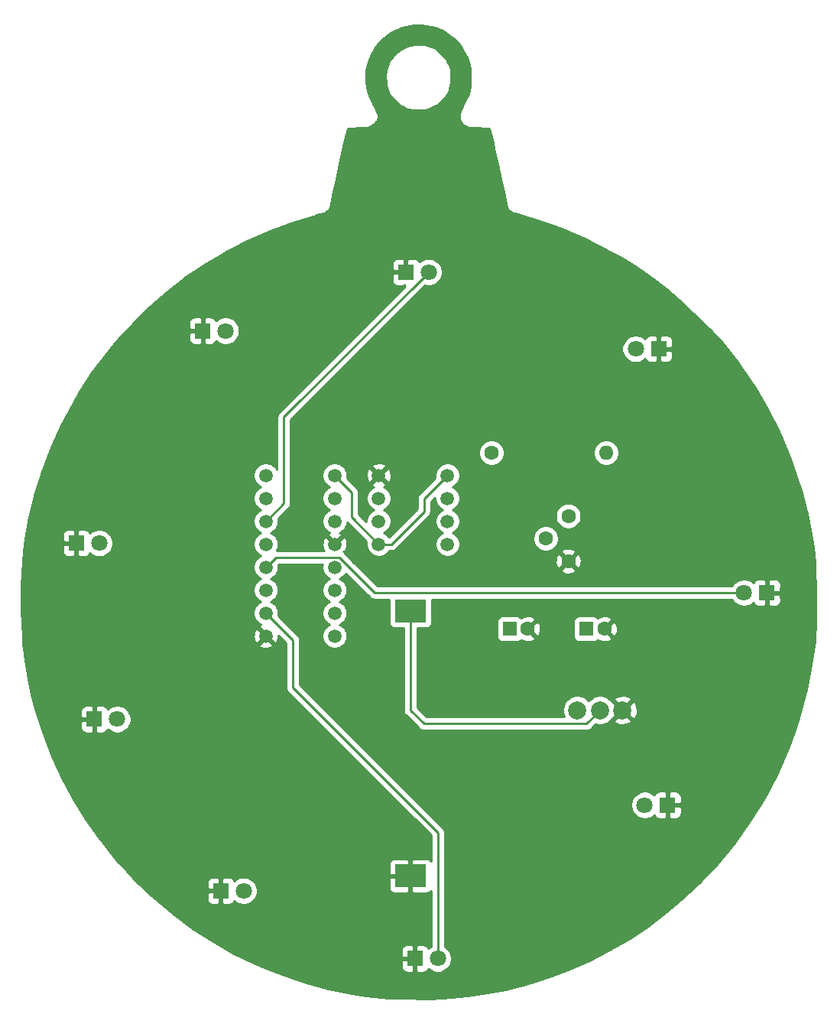
<source format=gbl>
%TF.GenerationSoftware,KiCad,Pcbnew,(5.1.10)-1*%
%TF.CreationDate,2022-08-20T19:05:30-07:00*%
%TF.ProjectId,IEEE_PCB_1,49454545-5f50-4434-925f-312e6b696361,1*%
%TF.SameCoordinates,Original*%
%TF.FileFunction,Copper,L2,Bot*%
%TF.FilePolarity,Positive*%
%FSLAX46Y46*%
G04 Gerber Fmt 4.6, Leading zero omitted, Abs format (unit mm)*
G04 Created by KiCad (PCBNEW (5.1.10)-1) date 2022-08-20 19:05:30*
%MOMM*%
%LPD*%
G01*
G04 APERTURE LIST*
%TA.AperFunction,ComponentPad*%
%ADD10C,1.600000*%
%TD*%
%TA.AperFunction,ComponentPad*%
%ADD11R,1.600000X1.600000*%
%TD*%
%TA.AperFunction,ComponentPad*%
%ADD12C,1.800000*%
%TD*%
%TA.AperFunction,ComponentPad*%
%ADD13R,1.800000X1.800000*%
%TD*%
%TA.AperFunction,ComponentPad*%
%ADD14O,1.600000X1.600000*%
%TD*%
%TA.AperFunction,ComponentPad*%
%ADD15C,1.500000*%
%TD*%
%TA.AperFunction,ComponentPad*%
%ADD16C,2.000000*%
%TD*%
%TA.AperFunction,SMDPad,CuDef*%
%ADD17R,3.510000X2.540000*%
%TD*%
%TA.AperFunction,Conductor*%
%ADD18C,0.250000*%
%TD*%
%TA.AperFunction,Conductor*%
%ADD19C,0.254000*%
%TD*%
%TA.AperFunction,Conductor*%
%ADD20C,0.100000*%
%TD*%
G04 APERTURE END LIST*
D10*
%TO.P,C1,2*%
%TO.N,GND*%
X150500000Y-108000000D03*
D11*
%TO.P,C1,1*%
%TO.N,Net-(C1-Pad1)*%
X148500000Y-108000000D03*
%TD*%
%TO.P,C2,1*%
%TO.N,Net-(C2-Pad1)*%
X157000000Y-108000000D03*
D10*
%TO.P,C2,2*%
%TO.N,GND*%
X159000000Y-108000000D03*
%TD*%
D12*
%TO.P,D1,2*%
%TO.N,Net-(D1-Pad2)*%
X162460000Y-77000000D03*
D13*
%TO.P,D1,1*%
%TO.N,GND*%
X165000000Y-77000000D03*
%TD*%
%TO.P,D2,1*%
%TO.N,GND*%
X114500000Y-75000000D03*
D12*
%TO.P,D2,2*%
%TO.N,Net-(D2-Pad2)*%
X117040000Y-75000000D03*
%TD*%
%TO.P,D3,2*%
%TO.N,Net-(D3-Pad2)*%
X139540000Y-68500000D03*
D13*
%TO.P,D3,1*%
%TO.N,GND*%
X137000000Y-68500000D03*
%TD*%
%TO.P,D4,1*%
%TO.N,GND*%
X100500000Y-98500000D03*
D12*
%TO.P,D4,2*%
%TO.N,Net-(D4-Pad2)*%
X103040000Y-98500000D03*
%TD*%
%TO.P,D5,2*%
%TO.N,Net-(D5-Pad2)*%
X174460000Y-104000000D03*
D13*
%TO.P,D5,1*%
%TO.N,GND*%
X177000000Y-104000000D03*
%TD*%
%TO.P,D6,1*%
%TO.N,GND*%
X102500000Y-118000000D03*
D12*
%TO.P,D6,2*%
%TO.N,Net-(D6-Pad2)*%
X105040000Y-118000000D03*
%TD*%
%TO.P,D7,2*%
%TO.N,Net-(D7-Pad2)*%
X140540000Y-144500000D03*
D13*
%TO.P,D7,1*%
%TO.N,GND*%
X138000000Y-144500000D03*
%TD*%
%TO.P,D8,1*%
%TO.N,GND*%
X116500000Y-137000000D03*
D12*
%TO.P,D8,2*%
%TO.N,Net-(D8-Pad2)*%
X119040000Y-137000000D03*
%TD*%
D13*
%TO.P,D9,1*%
%TO.N,GND*%
X166000000Y-127500000D03*
D12*
%TO.P,D9,2*%
%TO.N,Net-(D9-Pad2)*%
X163460000Y-127500000D03*
%TD*%
D10*
%TO.P,R1,1*%
%TO.N,+3V3*%
X146500000Y-88500000D03*
D14*
%TO.P,R1,2*%
%TO.N,Net-(R1-Pad2)*%
X159200000Y-88500000D03*
%TD*%
D10*
%TO.P,RV1,3*%
%TO.N,GND*%
X155000000Y-100500000D03*
%TO.P,RV1,2*%
%TO.N,Net-(C2-Pad1)*%
X152500000Y-98000000D03*
%TO.P,RV1,1*%
%TO.N,Net-(R1-Pad2)*%
X155000000Y-95500000D03*
%TD*%
D15*
%TO.P,U1,1*%
%TO.N,GND*%
X134000000Y-91000000D03*
%TO.P,U1,2*%
%TO.N,Net-(C2-Pad1)*%
X134000000Y-93540000D03*
%TO.P,U1,3*%
%TO.N,Signal*%
X134000000Y-96080000D03*
%TO.P,U1,4*%
%TO.N,+3V3*%
X134000000Y-98620000D03*
%TO.P,U1,8*%
X141620000Y-91000000D03*
%TO.P,U1,5*%
%TO.N,Net-(C1-Pad1)*%
X141620000Y-98620000D03*
%TO.P,U1,6*%
%TO.N,Net-(C2-Pad1)*%
X141620000Y-96080000D03*
%TO.P,U1,7*%
%TO.N,Net-(R1-Pad2)*%
X141620000Y-93540000D03*
%TD*%
%TO.P,U2,1*%
%TO.N,Net-(D1-Pad2)*%
X121500000Y-91000000D03*
%TO.P,U2,2*%
%TO.N,Net-(D2-Pad2)*%
X121500000Y-93540000D03*
%TO.P,U2,3*%
%TO.N,Net-(D3-Pad2)*%
X121500000Y-96080000D03*
%TO.P,U2,4*%
%TO.N,Net-(D4-Pad2)*%
X121500000Y-98620000D03*
%TO.P,U2,5*%
%TO.N,Net-(D5-Pad2)*%
X121500000Y-101160000D03*
%TO.P,U2,6*%
%TO.N,Net-(D6-Pad2)*%
X121500000Y-103700000D03*
%TO.P,U2,7*%
%TO.N,Net-(D7-Pad2)*%
X121500000Y-106240000D03*
%TO.P,U2,8*%
%TO.N,GND*%
X121500000Y-108780000D03*
%TO.P,U2,10*%
%TO.N,Net-(D8-Pad2)*%
X129120000Y-106240000D03*
%TO.P,U2,9*%
%TO.N,Net-(D9-Pad2)*%
X129120000Y-108780000D03*
%TO.P,U2,11*%
%TO.N,Net-(U2-Pad11)*%
X129120000Y-103700000D03*
%TO.P,U2,14*%
%TO.N,Signal*%
X129120000Y-96080000D03*
%TO.P,U2,12*%
%TO.N,Net-(U2-Pad12)*%
X129120000Y-101160000D03*
%TO.P,U2,16*%
%TO.N,+3V3*%
X129120000Y-91000000D03*
%TO.P,U2,13*%
%TO.N,GND*%
X129120000Y-98620000D03*
%TO.P,U2,15*%
%TO.N,Net-(U2-Pad11)*%
X129120000Y-93540000D03*
%TD*%
D16*
%TO.P,U3,2*%
%TO.N,Net-(U3-Pad2)*%
X158500000Y-117000000D03*
%TO.P,U3,3*%
%TO.N,GND*%
X161000000Y-117000000D03*
%TO.P,U3,1*%
%TO.N,+3V3*%
X156000000Y-117000000D03*
%TD*%
D17*
%TO.P,U4,1*%
%TO.N,Net-(U3-Pad2)*%
X137500000Y-106000000D03*
%TO.P,U4,2*%
%TO.N,GND*%
X137500000Y-135360000D03*
%TD*%
D18*
%TO.N,Net-(D3-Pad2)*%
X139540000Y-68500000D02*
X123500000Y-84540000D01*
X123500000Y-94080000D02*
X121500000Y-96080000D01*
X123500000Y-84540000D02*
X123500000Y-94080000D01*
%TO.N,Net-(D5-Pad2)*%
X129636001Y-100084999D02*
X122575001Y-100084999D01*
X122575001Y-100084999D02*
X121500000Y-101160000D01*
X133551002Y-104000000D02*
X129636001Y-100084999D01*
X174460000Y-104000000D02*
X133551002Y-104000000D01*
%TO.N,Net-(D7-Pad2)*%
X140540000Y-144500000D02*
X140540000Y-130540000D01*
X140540000Y-130540000D02*
X124500000Y-114500000D01*
X124500000Y-109240000D02*
X121500000Y-106240000D01*
X124500000Y-114500000D02*
X124500000Y-109240000D01*
%TO.N,+3V3*%
X134000000Y-98620000D02*
X131000000Y-95620000D01*
X131000000Y-92880000D02*
X129120000Y-91000000D01*
X131000000Y-95620000D02*
X131000000Y-92880000D01*
X134000000Y-98620000D02*
X135380000Y-98620000D01*
X135380000Y-98620000D02*
X139000000Y-95000000D01*
X139000000Y-93620000D02*
X141620000Y-91000000D01*
X139000000Y-95000000D02*
X139000000Y-93620000D01*
%TO.N,Net-(U3-Pad2)*%
X157000000Y-118500000D02*
X158500000Y-117000000D01*
X139000000Y-118500000D02*
X157000000Y-118500000D01*
X137500000Y-117000000D02*
X139000000Y-118500000D01*
X137500000Y-106000000D02*
X137500000Y-117000000D01*
%TD*%
D19*
%TO.N,GND*%
X139749479Y-41312313D02*
X140199989Y-41431768D01*
X141034340Y-41766570D01*
X141287802Y-41903016D01*
X142036425Y-42419942D01*
X142257426Y-42611535D01*
X142908649Y-43312845D01*
X143084959Y-43548496D01*
X143632932Y-44454130D01*
X143757739Y-44710953D01*
X143976767Y-45241966D01*
X144077010Y-45617428D01*
X144125067Y-46089627D01*
X144140022Y-46992061D01*
X144125776Y-47972713D01*
X144072073Y-48400902D01*
X143953242Y-48762766D01*
X143568419Y-49562606D01*
X143100017Y-50512575D01*
X143096680Y-50521442D01*
X143077632Y-50563157D01*
X143067039Y-50594022D01*
X143053620Y-50623771D01*
X143050830Y-50632219D01*
X142941663Y-50970644D01*
X142935620Y-50998408D01*
X142926665Y-51025368D01*
X142924759Y-51034058D01*
X142923802Y-51038570D01*
X142920663Y-51066667D01*
X142914544Y-51094276D01*
X142913538Y-51103116D01*
X142904138Y-51191132D01*
X142903638Y-51248856D01*
X142902331Y-51306632D01*
X142903060Y-51315488D01*
X142903060Y-51315496D01*
X142903061Y-51315499D01*
X142910936Y-51403664D01*
X142921664Y-51460416D01*
X142931599Y-51517316D01*
X142934037Y-51525872D01*
X142958887Y-51610828D01*
X142969576Y-51637411D01*
X142977410Y-51664998D01*
X142980722Y-51673256D01*
X142984243Y-51681861D01*
X142997630Y-51707195D01*
X143008270Y-51733796D01*
X143012419Y-51741666D01*
X143083053Y-51873397D01*
X143115191Y-51921405D01*
X143146639Y-51969830D01*
X143152232Y-51976737D01*
X143152239Y-51976747D01*
X143152247Y-51976755D01*
X143247113Y-52092247D01*
X143273176Y-52118310D01*
X143297081Y-52146372D01*
X143303527Y-52152505D01*
X143325771Y-52173374D01*
X143354979Y-52195845D01*
X143382307Y-52220579D01*
X143389492Y-52225827D01*
X143465288Y-52280388D01*
X143515255Y-52309408D01*
X143564768Y-52339097D01*
X143572826Y-52342845D01*
X143572835Y-52342850D01*
X143572844Y-52342853D01*
X143657787Y-52381649D01*
X143710331Y-52399688D01*
X143762507Y-52418827D01*
X143771135Y-52421001D01*
X144060333Y-52491733D01*
X144102751Y-52497803D01*
X144144722Y-52506445D01*
X144153576Y-52507319D01*
X144577397Y-52546157D01*
X144600967Y-52548880D01*
X145268558Y-52560134D01*
X145269876Y-52560281D01*
X145299729Y-52560660D01*
X145329817Y-52561167D01*
X145331149Y-52561058D01*
X146018353Y-52569778D01*
X146261513Y-52595621D01*
X146542256Y-53811270D01*
X146865577Y-55263841D01*
X147214961Y-56906744D01*
X147214965Y-56906779D01*
X147220969Y-56934994D01*
X147227976Y-56967944D01*
X147227987Y-56967977D01*
X147569785Y-58574343D01*
X147570175Y-58577539D01*
X147576292Y-58604928D01*
X147582142Y-58632420D01*
X147583119Y-58635493D01*
X147887673Y-59999068D01*
X147887983Y-60001453D01*
X147894494Y-60029604D01*
X147900795Y-60057817D01*
X147901547Y-60060103D01*
X148189552Y-61305393D01*
X148199218Y-61334036D01*
X148199674Y-61336023D01*
X148202560Y-61344438D01*
X148206960Y-61356979D01*
X148219631Y-61394528D01*
X148230084Y-61412708D01*
X148239883Y-61433787D01*
X148263493Y-61486483D01*
X148267948Y-61494158D01*
X148267953Y-61494168D01*
X148267959Y-61494176D01*
X148267960Y-61494178D01*
X148287855Y-61527907D01*
X148321904Y-61574542D01*
X148355315Y-61621671D01*
X148361188Y-61628347D01*
X148361192Y-61628353D01*
X148361197Y-61628358D01*
X148387259Y-61657574D01*
X148394839Y-61664560D01*
X148396605Y-61666926D01*
X148411954Y-61680775D01*
X148430136Y-61701227D01*
X148436710Y-61707222D01*
X148441542Y-61711567D01*
X148462908Y-61727298D01*
X148478710Y-61741862D01*
X148481649Y-61743660D01*
X148488943Y-61750242D01*
X148496135Y-61755479D01*
X148538094Y-61785585D01*
X148588116Y-61814535D01*
X148636880Y-61843672D01*
X148639360Y-61845429D01*
X148725252Y-61883802D01*
X149138163Y-62021546D01*
X149144134Y-62024069D01*
X149167780Y-62031426D01*
X149191372Y-62039296D01*
X149197719Y-62040741D01*
X149636991Y-62177410D01*
X149643590Y-62180027D01*
X149666865Y-62186704D01*
X149689986Y-62193898D01*
X149696939Y-62195333D01*
X150221233Y-62345749D01*
X152555645Y-63072303D01*
X154286122Y-63717892D01*
X156843465Y-64826147D01*
X158446081Y-65609852D01*
X160893630Y-66949217D01*
X162416733Y-67875919D01*
X164437441Y-69246437D01*
X165902874Y-70363312D01*
X167274953Y-71540593D01*
X169053674Y-73223046D01*
X170791939Y-74964890D01*
X172039431Y-76337473D01*
X173649436Y-78345699D01*
X175141252Y-80451160D01*
X175695094Y-81305978D01*
X177003545Y-83522024D01*
X178178248Y-85811730D01*
X178609041Y-86745275D01*
X179614634Y-89187036D01*
X180473745Y-91684430D01*
X180752266Y-92615801D01*
X181433448Y-95266023D01*
X181965714Y-97950572D01*
X182112820Y-98873332D01*
X182307845Y-100697905D01*
X182323855Y-100974292D01*
X182423839Y-103999996D01*
X182413632Y-107048879D01*
X182268363Y-109309910D01*
X181904963Y-111975699D01*
X181386793Y-114625961D01*
X181150370Y-115622464D01*
X180449861Y-118117807D01*
X179602803Y-120566603D01*
X179189970Y-121613176D01*
X178139663Y-123975103D01*
X176951137Y-126270564D01*
X176388887Y-127251294D01*
X174964879Y-129510199D01*
X173412911Y-131683795D01*
X172764014Y-132519103D01*
X171444098Y-134042815D01*
X169496266Y-136042752D01*
X167473329Y-137986531D01*
X165905300Y-139332398D01*
X163816347Y-140890873D01*
X161775150Y-142243236D01*
X159517663Y-143563817D01*
X157340825Y-144679305D01*
X154995474Y-145720464D01*
X152707205Y-146585725D01*
X150301975Y-147338946D01*
X147979355Y-147916972D01*
X145472422Y-148386671D01*
X143814226Y-148613547D01*
X141089571Y-148852873D01*
X139490024Y-148919835D01*
X136770755Y-148909129D01*
X135169400Y-148829244D01*
X132634376Y-148581294D01*
X131013290Y-148339883D01*
X128472450Y-147831983D01*
X125969258Y-147175089D01*
X123509444Y-146370902D01*
X121095630Y-145419875D01*
X121050454Y-145400000D01*
X136461928Y-145400000D01*
X136474188Y-145524482D01*
X136510498Y-145644180D01*
X136569463Y-145754494D01*
X136648815Y-145851185D01*
X136745506Y-145930537D01*
X136855820Y-145989502D01*
X136975518Y-146025812D01*
X137100000Y-146038072D01*
X137714250Y-146035000D01*
X137873000Y-145876250D01*
X137873000Y-144627000D01*
X136623750Y-144627000D01*
X136465000Y-144785750D01*
X136461928Y-145400000D01*
X121050454Y-145400000D01*
X120351443Y-145092477D01*
X117980281Y-143936541D01*
X117382752Y-143600000D01*
X136461928Y-143600000D01*
X136465000Y-144214250D01*
X136623750Y-144373000D01*
X137873000Y-144373000D01*
X137873000Y-143123750D01*
X137714250Y-142965000D01*
X137100000Y-142961928D01*
X136975518Y-142974188D01*
X136855820Y-143010498D01*
X136745506Y-143069463D01*
X136648815Y-143148815D01*
X136569463Y-143245506D01*
X136510498Y-143355820D01*
X136474188Y-143475518D01*
X136461928Y-143600000D01*
X117382752Y-143600000D01*
X115687504Y-142645201D01*
X113475304Y-141220129D01*
X111345938Y-139662289D01*
X110807351Y-139236301D01*
X109242423Y-137900000D01*
X114961928Y-137900000D01*
X114974188Y-138024482D01*
X115010498Y-138144180D01*
X115069463Y-138254494D01*
X115148815Y-138351185D01*
X115245506Y-138430537D01*
X115355820Y-138489502D01*
X115475518Y-138525812D01*
X115600000Y-138538072D01*
X116214250Y-138535000D01*
X116373000Y-138376250D01*
X116373000Y-137127000D01*
X115123750Y-137127000D01*
X114965000Y-137285750D01*
X114961928Y-137900000D01*
X109242423Y-137900000D01*
X108798055Y-137520552D01*
X107321585Y-136100000D01*
X114961928Y-136100000D01*
X114965000Y-136714250D01*
X115123750Y-136873000D01*
X116373000Y-136873000D01*
X116373000Y-135623750D01*
X116627000Y-135623750D01*
X116627000Y-136873000D01*
X116647000Y-136873000D01*
X116647000Y-137127000D01*
X116627000Y-137127000D01*
X116627000Y-138376250D01*
X116785750Y-138535000D01*
X117400000Y-138538072D01*
X117524482Y-138525812D01*
X117644180Y-138489502D01*
X117754494Y-138430537D01*
X117851185Y-138351185D01*
X117930537Y-138254494D01*
X117989502Y-138144180D01*
X117995056Y-138125873D01*
X118061495Y-138192312D01*
X118312905Y-138360299D01*
X118592257Y-138476011D01*
X118888816Y-138535000D01*
X119191184Y-138535000D01*
X119487743Y-138476011D01*
X119767095Y-138360299D01*
X120018505Y-138192312D01*
X120232312Y-137978505D01*
X120400299Y-137727095D01*
X120516011Y-137447743D01*
X120575000Y-137151184D01*
X120575000Y-136848816D01*
X120531475Y-136630000D01*
X135106928Y-136630000D01*
X135119188Y-136754482D01*
X135155498Y-136874180D01*
X135214463Y-136984494D01*
X135293815Y-137081185D01*
X135390506Y-137160537D01*
X135500820Y-137219502D01*
X135620518Y-137255812D01*
X135745000Y-137268072D01*
X137214250Y-137265000D01*
X137373000Y-137106250D01*
X137373000Y-135487000D01*
X135268750Y-135487000D01*
X135110000Y-135645750D01*
X135106928Y-136630000D01*
X120531475Y-136630000D01*
X120516011Y-136552257D01*
X120400299Y-136272905D01*
X120232312Y-136021495D01*
X120018505Y-135807688D01*
X119767095Y-135639701D01*
X119487743Y-135523989D01*
X119191184Y-135465000D01*
X118888816Y-135465000D01*
X118592257Y-135523989D01*
X118312905Y-135639701D01*
X118061495Y-135807688D01*
X117995056Y-135874127D01*
X117989502Y-135855820D01*
X117930537Y-135745506D01*
X117851185Y-135648815D01*
X117754494Y-135569463D01*
X117644180Y-135510498D01*
X117524482Y-135474188D01*
X117400000Y-135461928D01*
X116785750Y-135465000D01*
X116627000Y-135623750D01*
X116373000Y-135623750D01*
X116214250Y-135465000D01*
X115600000Y-135461928D01*
X115475518Y-135474188D01*
X115355820Y-135510498D01*
X115245506Y-135569463D01*
X115148815Y-135648815D01*
X115069463Y-135745506D01*
X115010498Y-135855820D01*
X114974188Y-135975518D01*
X114961928Y-136100000D01*
X107321585Y-136100000D01*
X106899070Y-135693487D01*
X105419115Y-134090000D01*
X135106928Y-134090000D01*
X135110000Y-135074250D01*
X135268750Y-135233000D01*
X137373000Y-135233000D01*
X137373000Y-133613750D01*
X137214250Y-133455000D01*
X135745000Y-133451928D01*
X135620518Y-133464188D01*
X135500820Y-133500498D01*
X135390506Y-133559463D01*
X135293815Y-133638815D01*
X135214463Y-133735506D01*
X135155498Y-133845820D01*
X135119188Y-133965518D01*
X135106928Y-134090000D01*
X105419115Y-134090000D01*
X105111783Y-133757016D01*
X103438069Y-131712560D01*
X103027729Y-131171144D01*
X101529796Y-129032787D01*
X100164951Y-126815261D01*
X98934039Y-124520725D01*
X97838586Y-122151195D01*
X97544160Y-121443883D01*
X96637396Y-118900000D01*
X100961928Y-118900000D01*
X100974188Y-119024482D01*
X101010498Y-119144180D01*
X101069463Y-119254494D01*
X101148815Y-119351185D01*
X101245506Y-119430537D01*
X101355820Y-119489502D01*
X101475518Y-119525812D01*
X101600000Y-119538072D01*
X102214250Y-119535000D01*
X102373000Y-119376250D01*
X102373000Y-118127000D01*
X101123750Y-118127000D01*
X100965000Y-118285750D01*
X100961928Y-118900000D01*
X96637396Y-118900000D01*
X96193983Y-117656029D01*
X96041364Y-117100000D01*
X100961928Y-117100000D01*
X100965000Y-117714250D01*
X101123750Y-117873000D01*
X102373000Y-117873000D01*
X102373000Y-116623750D01*
X102627000Y-116623750D01*
X102627000Y-117873000D01*
X102647000Y-117873000D01*
X102647000Y-118127000D01*
X102627000Y-118127000D01*
X102627000Y-119376250D01*
X102785750Y-119535000D01*
X103400000Y-119538072D01*
X103524482Y-119525812D01*
X103644180Y-119489502D01*
X103754494Y-119430537D01*
X103851185Y-119351185D01*
X103930537Y-119254494D01*
X103989502Y-119144180D01*
X103995056Y-119125873D01*
X104061495Y-119192312D01*
X104312905Y-119360299D01*
X104592257Y-119476011D01*
X104888816Y-119535000D01*
X105191184Y-119535000D01*
X105487743Y-119476011D01*
X105767095Y-119360299D01*
X106018505Y-119192312D01*
X106232312Y-118978505D01*
X106400299Y-118727095D01*
X106516011Y-118447743D01*
X106575000Y-118151184D01*
X106575000Y-117848816D01*
X106516011Y-117552257D01*
X106400299Y-117272905D01*
X106232312Y-117021495D01*
X106018505Y-116807688D01*
X105767095Y-116639701D01*
X105487743Y-116523989D01*
X105191184Y-116465000D01*
X104888816Y-116465000D01*
X104592257Y-116523989D01*
X104312905Y-116639701D01*
X104061495Y-116807688D01*
X103995056Y-116874127D01*
X103989502Y-116855820D01*
X103930537Y-116745506D01*
X103851185Y-116648815D01*
X103754494Y-116569463D01*
X103644180Y-116510498D01*
X103524482Y-116474188D01*
X103400000Y-116461928D01*
X102785750Y-116465000D01*
X102627000Y-116623750D01*
X102373000Y-116623750D01*
X102214250Y-116465000D01*
X101600000Y-116461928D01*
X101475518Y-116474188D01*
X101355820Y-116510498D01*
X101245506Y-116569463D01*
X101148815Y-116648815D01*
X101069463Y-116745506D01*
X101010498Y-116855820D01*
X100974188Y-116975518D01*
X100961928Y-117100000D01*
X96041364Y-117100000D01*
X95543068Y-115284598D01*
X95246848Y-113953241D01*
X94818323Y-111456417D01*
X94655294Y-110123388D01*
X94630128Y-109736993D01*
X120722612Y-109736993D01*
X120788137Y-109975860D01*
X121035116Y-110091760D01*
X121299960Y-110157250D01*
X121572492Y-110169812D01*
X121842238Y-110128965D01*
X122098832Y-110036277D01*
X122211863Y-109975860D01*
X122277388Y-109736993D01*
X121500000Y-108959605D01*
X120722612Y-109736993D01*
X94630128Y-109736993D01*
X94572517Y-108852492D01*
X120110188Y-108852492D01*
X120151035Y-109122238D01*
X120243723Y-109378832D01*
X120304140Y-109491863D01*
X120543007Y-109557388D01*
X121320395Y-108780000D01*
X120543007Y-108002612D01*
X120304140Y-108068137D01*
X120188240Y-108315116D01*
X120122750Y-108579960D01*
X120110188Y-108852492D01*
X94572517Y-108852492D01*
X94384714Y-105969119D01*
X94392079Y-103218830D01*
X94550612Y-100499551D01*
X94679190Y-99400000D01*
X98961928Y-99400000D01*
X98974188Y-99524482D01*
X99010498Y-99644180D01*
X99069463Y-99754494D01*
X99148815Y-99851185D01*
X99245506Y-99930537D01*
X99355820Y-99989502D01*
X99475518Y-100025812D01*
X99600000Y-100038072D01*
X100214250Y-100035000D01*
X100373000Y-99876250D01*
X100373000Y-98627000D01*
X99123750Y-98627000D01*
X98965000Y-98785750D01*
X98961928Y-99400000D01*
X94679190Y-99400000D01*
X94838580Y-98036972D01*
X94916965Y-97600000D01*
X98961928Y-97600000D01*
X98965000Y-98214250D01*
X99123750Y-98373000D01*
X100373000Y-98373000D01*
X100373000Y-97123750D01*
X100627000Y-97123750D01*
X100627000Y-98373000D01*
X100647000Y-98373000D01*
X100647000Y-98627000D01*
X100627000Y-98627000D01*
X100627000Y-99876250D01*
X100785750Y-100035000D01*
X101400000Y-100038072D01*
X101524482Y-100025812D01*
X101644180Y-99989502D01*
X101754494Y-99930537D01*
X101851185Y-99851185D01*
X101930537Y-99754494D01*
X101989502Y-99644180D01*
X101995056Y-99625873D01*
X102061495Y-99692312D01*
X102312905Y-99860299D01*
X102592257Y-99976011D01*
X102888816Y-100035000D01*
X103191184Y-100035000D01*
X103487743Y-99976011D01*
X103767095Y-99860299D01*
X104018505Y-99692312D01*
X104232312Y-99478505D01*
X104400299Y-99227095D01*
X104516011Y-98947743D01*
X104575000Y-98651184D01*
X104575000Y-98348816D01*
X104516011Y-98052257D01*
X104400299Y-97772905D01*
X104232312Y-97521495D01*
X104018505Y-97307688D01*
X103767095Y-97139701D01*
X103487743Y-97023989D01*
X103191184Y-96965000D01*
X102888816Y-96965000D01*
X102592257Y-97023989D01*
X102312905Y-97139701D01*
X102061495Y-97307688D01*
X101995056Y-97374127D01*
X101989502Y-97355820D01*
X101930537Y-97245506D01*
X101851185Y-97148815D01*
X101754494Y-97069463D01*
X101644180Y-97010498D01*
X101524482Y-96974188D01*
X101400000Y-96961928D01*
X100785750Y-96965000D01*
X100627000Y-97123750D01*
X100373000Y-97123750D01*
X100214250Y-96965000D01*
X99600000Y-96961928D01*
X99475518Y-96974188D01*
X99355820Y-97010498D01*
X99245506Y-97069463D01*
X99148815Y-97148815D01*
X99069463Y-97245506D01*
X99010498Y-97355820D01*
X98974188Y-97475518D01*
X98961928Y-97600000D01*
X94916965Y-97600000D01*
X95277723Y-95588891D01*
X95326487Y-95361361D01*
X95940231Y-92913106D01*
X96593261Y-90863589D01*
X120115000Y-90863589D01*
X120115000Y-91136411D01*
X120168225Y-91403989D01*
X120272629Y-91656043D01*
X120424201Y-91882886D01*
X120617114Y-92075799D01*
X120843957Y-92227371D01*
X120946873Y-92270000D01*
X120843957Y-92312629D01*
X120617114Y-92464201D01*
X120424201Y-92657114D01*
X120272629Y-92883957D01*
X120168225Y-93136011D01*
X120115000Y-93403589D01*
X120115000Y-93676411D01*
X120168225Y-93943989D01*
X120272629Y-94196043D01*
X120424201Y-94422886D01*
X120617114Y-94615799D01*
X120843957Y-94767371D01*
X120946873Y-94810000D01*
X120843957Y-94852629D01*
X120617114Y-95004201D01*
X120424201Y-95197114D01*
X120272629Y-95423957D01*
X120168225Y-95676011D01*
X120115000Y-95943589D01*
X120115000Y-96216411D01*
X120168225Y-96483989D01*
X120272629Y-96736043D01*
X120424201Y-96962886D01*
X120617114Y-97155799D01*
X120843957Y-97307371D01*
X120946873Y-97350000D01*
X120843957Y-97392629D01*
X120617114Y-97544201D01*
X120424201Y-97737114D01*
X120272629Y-97963957D01*
X120168225Y-98216011D01*
X120115000Y-98483589D01*
X120115000Y-98756411D01*
X120168225Y-99023989D01*
X120272629Y-99276043D01*
X120424201Y-99502886D01*
X120617114Y-99695799D01*
X120843957Y-99847371D01*
X120946873Y-99890000D01*
X120843957Y-99932629D01*
X120617114Y-100084201D01*
X120424201Y-100277114D01*
X120272629Y-100503957D01*
X120168225Y-100756011D01*
X120115000Y-101023589D01*
X120115000Y-101296411D01*
X120168225Y-101563989D01*
X120272629Y-101816043D01*
X120424201Y-102042886D01*
X120617114Y-102235799D01*
X120843957Y-102387371D01*
X120946873Y-102430000D01*
X120843957Y-102472629D01*
X120617114Y-102624201D01*
X120424201Y-102817114D01*
X120272629Y-103043957D01*
X120168225Y-103296011D01*
X120115000Y-103563589D01*
X120115000Y-103836411D01*
X120168225Y-104103989D01*
X120272629Y-104356043D01*
X120424201Y-104582886D01*
X120617114Y-104775799D01*
X120843957Y-104927371D01*
X120946873Y-104970000D01*
X120843957Y-105012629D01*
X120617114Y-105164201D01*
X120424201Y-105357114D01*
X120272629Y-105583957D01*
X120168225Y-105836011D01*
X120115000Y-106103589D01*
X120115000Y-106376411D01*
X120168225Y-106643989D01*
X120272629Y-106896043D01*
X120424201Y-107122886D01*
X120617114Y-107315799D01*
X120843957Y-107467371D01*
X120943279Y-107508511D01*
X120901168Y-107523723D01*
X120788137Y-107584140D01*
X120722612Y-107823007D01*
X121500000Y-108600395D01*
X121514143Y-108586253D01*
X121693748Y-108765858D01*
X121679605Y-108780000D01*
X122456993Y-109557388D01*
X122695860Y-109491863D01*
X122811760Y-109244884D01*
X122877250Y-108980040D01*
X122889812Y-108707508D01*
X122889296Y-108704097D01*
X123740001Y-109554803D01*
X123740000Y-114462677D01*
X123736324Y-114500000D01*
X123740000Y-114537322D01*
X123740000Y-114537332D01*
X123750997Y-114648985D01*
X123785383Y-114762342D01*
X123794454Y-114792246D01*
X123865026Y-114924276D01*
X123899709Y-114966537D01*
X123959999Y-115040001D01*
X123989003Y-115063804D01*
X139780001Y-130854803D01*
X139780001Y-133728760D01*
X139706185Y-133638815D01*
X139609494Y-133559463D01*
X139499180Y-133500498D01*
X139379482Y-133464188D01*
X139255000Y-133451928D01*
X137785750Y-133455000D01*
X137627000Y-133613750D01*
X137627000Y-135233000D01*
X137647000Y-135233000D01*
X137647000Y-135487000D01*
X137627000Y-135487000D01*
X137627000Y-137106250D01*
X137785750Y-137265000D01*
X139255000Y-137268072D01*
X139379482Y-137255812D01*
X139499180Y-137219502D01*
X139609494Y-137160537D01*
X139706185Y-137081185D01*
X139780001Y-136991240D01*
X139780000Y-143161687D01*
X139561495Y-143307688D01*
X139495056Y-143374127D01*
X139489502Y-143355820D01*
X139430537Y-143245506D01*
X139351185Y-143148815D01*
X139254494Y-143069463D01*
X139144180Y-143010498D01*
X139024482Y-142974188D01*
X138900000Y-142961928D01*
X138285750Y-142965000D01*
X138127000Y-143123750D01*
X138127000Y-144373000D01*
X138147000Y-144373000D01*
X138147000Y-144627000D01*
X138127000Y-144627000D01*
X138127000Y-145876250D01*
X138285750Y-146035000D01*
X138900000Y-146038072D01*
X139024482Y-146025812D01*
X139144180Y-145989502D01*
X139254494Y-145930537D01*
X139351185Y-145851185D01*
X139430537Y-145754494D01*
X139489502Y-145644180D01*
X139495056Y-145625873D01*
X139561495Y-145692312D01*
X139812905Y-145860299D01*
X140092257Y-145976011D01*
X140388816Y-146035000D01*
X140691184Y-146035000D01*
X140987743Y-145976011D01*
X141267095Y-145860299D01*
X141518505Y-145692312D01*
X141732312Y-145478505D01*
X141900299Y-145227095D01*
X142016011Y-144947743D01*
X142075000Y-144651184D01*
X142075000Y-144348816D01*
X142016011Y-144052257D01*
X141900299Y-143772905D01*
X141732312Y-143521495D01*
X141518505Y-143307688D01*
X141300000Y-143161687D01*
X141300000Y-130577333D01*
X141303677Y-130540000D01*
X141289003Y-130391014D01*
X141245546Y-130247753D01*
X141174974Y-130115724D01*
X141103799Y-130028997D01*
X141080001Y-129999999D01*
X141051003Y-129976201D01*
X138423618Y-127348816D01*
X161925000Y-127348816D01*
X161925000Y-127651184D01*
X161983989Y-127947743D01*
X162099701Y-128227095D01*
X162267688Y-128478505D01*
X162481495Y-128692312D01*
X162732905Y-128860299D01*
X163012257Y-128976011D01*
X163308816Y-129035000D01*
X163611184Y-129035000D01*
X163907743Y-128976011D01*
X164187095Y-128860299D01*
X164438505Y-128692312D01*
X164504944Y-128625873D01*
X164510498Y-128644180D01*
X164569463Y-128754494D01*
X164648815Y-128851185D01*
X164745506Y-128930537D01*
X164855820Y-128989502D01*
X164975518Y-129025812D01*
X165100000Y-129038072D01*
X165714250Y-129035000D01*
X165873000Y-128876250D01*
X165873000Y-127627000D01*
X166127000Y-127627000D01*
X166127000Y-128876250D01*
X166285750Y-129035000D01*
X166900000Y-129038072D01*
X167024482Y-129025812D01*
X167144180Y-128989502D01*
X167254494Y-128930537D01*
X167351185Y-128851185D01*
X167430537Y-128754494D01*
X167489502Y-128644180D01*
X167525812Y-128524482D01*
X167538072Y-128400000D01*
X167535000Y-127785750D01*
X167376250Y-127627000D01*
X166127000Y-127627000D01*
X165873000Y-127627000D01*
X165853000Y-127627000D01*
X165853000Y-127373000D01*
X165873000Y-127373000D01*
X165873000Y-126123750D01*
X166127000Y-126123750D01*
X166127000Y-127373000D01*
X167376250Y-127373000D01*
X167535000Y-127214250D01*
X167538072Y-126600000D01*
X167525812Y-126475518D01*
X167489502Y-126355820D01*
X167430537Y-126245506D01*
X167351185Y-126148815D01*
X167254494Y-126069463D01*
X167144180Y-126010498D01*
X167024482Y-125974188D01*
X166900000Y-125961928D01*
X166285750Y-125965000D01*
X166127000Y-126123750D01*
X165873000Y-126123750D01*
X165714250Y-125965000D01*
X165100000Y-125961928D01*
X164975518Y-125974188D01*
X164855820Y-126010498D01*
X164745506Y-126069463D01*
X164648815Y-126148815D01*
X164569463Y-126245506D01*
X164510498Y-126355820D01*
X164504944Y-126374127D01*
X164438505Y-126307688D01*
X164187095Y-126139701D01*
X163907743Y-126023989D01*
X163611184Y-125965000D01*
X163308816Y-125965000D01*
X163012257Y-126023989D01*
X162732905Y-126139701D01*
X162481495Y-126307688D01*
X162267688Y-126521495D01*
X162099701Y-126772905D01*
X161983989Y-127052257D01*
X161925000Y-127348816D01*
X138423618Y-127348816D01*
X125260000Y-114185199D01*
X125260000Y-109277325D01*
X125263676Y-109240000D01*
X125260000Y-109202675D01*
X125260000Y-109202667D01*
X125249003Y-109091014D01*
X125205546Y-108947753D01*
X125134974Y-108815724D01*
X125040001Y-108699999D01*
X125011003Y-108676201D01*
X122856167Y-106521365D01*
X122885000Y-106376411D01*
X122885000Y-106103589D01*
X122831775Y-105836011D01*
X122727371Y-105583957D01*
X122575799Y-105357114D01*
X122382886Y-105164201D01*
X122156043Y-105012629D01*
X122053127Y-104970000D01*
X122156043Y-104927371D01*
X122382886Y-104775799D01*
X122575799Y-104582886D01*
X122727371Y-104356043D01*
X122831775Y-104103989D01*
X122885000Y-103836411D01*
X122885000Y-103563589D01*
X122831775Y-103296011D01*
X122727371Y-103043957D01*
X122575799Y-102817114D01*
X122382886Y-102624201D01*
X122156043Y-102472629D01*
X122053127Y-102430000D01*
X122156043Y-102387371D01*
X122382886Y-102235799D01*
X122575799Y-102042886D01*
X122727371Y-101816043D01*
X122831775Y-101563989D01*
X122885000Y-101296411D01*
X122885000Y-101023589D01*
X122856167Y-100878635D01*
X122889803Y-100844999D01*
X127770524Y-100844999D01*
X127735000Y-101023589D01*
X127735000Y-101296411D01*
X127788225Y-101563989D01*
X127892629Y-101816043D01*
X128044201Y-102042886D01*
X128237114Y-102235799D01*
X128463957Y-102387371D01*
X128566873Y-102430000D01*
X128463957Y-102472629D01*
X128237114Y-102624201D01*
X128044201Y-102817114D01*
X127892629Y-103043957D01*
X127788225Y-103296011D01*
X127735000Y-103563589D01*
X127735000Y-103836411D01*
X127788225Y-104103989D01*
X127892629Y-104356043D01*
X128044201Y-104582886D01*
X128237114Y-104775799D01*
X128463957Y-104927371D01*
X128566873Y-104970000D01*
X128463957Y-105012629D01*
X128237114Y-105164201D01*
X128044201Y-105357114D01*
X127892629Y-105583957D01*
X127788225Y-105836011D01*
X127735000Y-106103589D01*
X127735000Y-106376411D01*
X127788225Y-106643989D01*
X127892629Y-106896043D01*
X128044201Y-107122886D01*
X128237114Y-107315799D01*
X128463957Y-107467371D01*
X128566873Y-107510000D01*
X128463957Y-107552629D01*
X128237114Y-107704201D01*
X128044201Y-107897114D01*
X127892629Y-108123957D01*
X127788225Y-108376011D01*
X127735000Y-108643589D01*
X127735000Y-108916411D01*
X127788225Y-109183989D01*
X127892629Y-109436043D01*
X128044201Y-109662886D01*
X128237114Y-109855799D01*
X128463957Y-110007371D01*
X128716011Y-110111775D01*
X128983589Y-110165000D01*
X129256411Y-110165000D01*
X129523989Y-110111775D01*
X129776043Y-110007371D01*
X130002886Y-109855799D01*
X130195799Y-109662886D01*
X130347371Y-109436043D01*
X130451775Y-109183989D01*
X130505000Y-108916411D01*
X130505000Y-108643589D01*
X130451775Y-108376011D01*
X130347371Y-108123957D01*
X130195799Y-107897114D01*
X130002886Y-107704201D01*
X129776043Y-107552629D01*
X129673127Y-107510000D01*
X129776043Y-107467371D01*
X130002886Y-107315799D01*
X130195799Y-107122886D01*
X130347371Y-106896043D01*
X130451775Y-106643989D01*
X130505000Y-106376411D01*
X130505000Y-106103589D01*
X130451775Y-105836011D01*
X130347371Y-105583957D01*
X130195799Y-105357114D01*
X130002886Y-105164201D01*
X129776043Y-105012629D01*
X129673127Y-104970000D01*
X129776043Y-104927371D01*
X130002886Y-104775799D01*
X130195799Y-104582886D01*
X130347371Y-104356043D01*
X130451775Y-104103989D01*
X130505000Y-103836411D01*
X130505000Y-103563589D01*
X130451775Y-103296011D01*
X130347371Y-103043957D01*
X130195799Y-102817114D01*
X130002886Y-102624201D01*
X129776043Y-102472629D01*
X129673127Y-102430000D01*
X129776043Y-102387371D01*
X130002886Y-102235799D01*
X130195799Y-102042886D01*
X130325290Y-101849089D01*
X132987203Y-104511003D01*
X133011001Y-104540001D01*
X133039999Y-104563799D01*
X133126726Y-104634974D01*
X133258755Y-104705546D01*
X133402016Y-104749003D01*
X133551002Y-104763677D01*
X133588335Y-104760000D01*
X135106928Y-104760000D01*
X135106928Y-107270000D01*
X135119188Y-107394482D01*
X135155498Y-107514180D01*
X135214463Y-107624494D01*
X135293815Y-107721185D01*
X135390506Y-107800537D01*
X135500820Y-107859502D01*
X135620518Y-107895812D01*
X135745000Y-107908072D01*
X136740000Y-107908072D01*
X136740001Y-116962668D01*
X136736324Y-117000000D01*
X136740001Y-117037333D01*
X136750998Y-117148986D01*
X136760286Y-117179605D01*
X136794454Y-117292246D01*
X136865026Y-117424276D01*
X136908224Y-117476912D01*
X136960000Y-117540001D01*
X136988998Y-117563799D01*
X138436201Y-119011003D01*
X138459999Y-119040001D01*
X138575724Y-119134974D01*
X138707753Y-119205546D01*
X138851014Y-119249003D01*
X138962667Y-119260000D01*
X138962676Y-119260000D01*
X138999999Y-119263676D01*
X139037322Y-119260000D01*
X156962678Y-119260000D01*
X157000000Y-119263676D01*
X157037322Y-119260000D01*
X157037333Y-119260000D01*
X157148986Y-119249003D01*
X157292247Y-119205546D01*
X157424276Y-119134974D01*
X157540001Y-119040001D01*
X157563804Y-119010997D01*
X158008624Y-118566177D01*
X158023088Y-118572168D01*
X158338967Y-118635000D01*
X158661033Y-118635000D01*
X158976912Y-118572168D01*
X159274463Y-118448918D01*
X159542252Y-118269987D01*
X159676826Y-118135413D01*
X160044192Y-118135413D01*
X160139956Y-118399814D01*
X160429571Y-118540704D01*
X160741108Y-118622384D01*
X161062595Y-118641718D01*
X161381675Y-118597961D01*
X161686088Y-118492795D01*
X161860044Y-118399814D01*
X161955808Y-118135413D01*
X161000000Y-117179605D01*
X160044192Y-118135413D01*
X159676826Y-118135413D01*
X159769987Y-118042252D01*
X159834925Y-117945065D01*
X159864587Y-117955808D01*
X160820395Y-117000000D01*
X161179605Y-117000000D01*
X162135413Y-117955808D01*
X162399814Y-117860044D01*
X162540704Y-117570429D01*
X162622384Y-117258892D01*
X162641718Y-116937405D01*
X162597961Y-116618325D01*
X162492795Y-116313912D01*
X162399814Y-116139956D01*
X162135413Y-116044192D01*
X161179605Y-117000000D01*
X160820395Y-117000000D01*
X159864587Y-116044192D01*
X159834925Y-116054935D01*
X159769987Y-115957748D01*
X159676826Y-115864587D01*
X160044192Y-115864587D01*
X161000000Y-116820395D01*
X161955808Y-115864587D01*
X161860044Y-115600186D01*
X161570429Y-115459296D01*
X161258892Y-115377616D01*
X160937405Y-115358282D01*
X160618325Y-115402039D01*
X160313912Y-115507205D01*
X160139956Y-115600186D01*
X160044192Y-115864587D01*
X159676826Y-115864587D01*
X159542252Y-115730013D01*
X159274463Y-115551082D01*
X158976912Y-115427832D01*
X158661033Y-115365000D01*
X158338967Y-115365000D01*
X158023088Y-115427832D01*
X157725537Y-115551082D01*
X157457748Y-115730013D01*
X157250000Y-115937761D01*
X157042252Y-115730013D01*
X156774463Y-115551082D01*
X156476912Y-115427832D01*
X156161033Y-115365000D01*
X155838967Y-115365000D01*
X155523088Y-115427832D01*
X155225537Y-115551082D01*
X154957748Y-115730013D01*
X154730013Y-115957748D01*
X154551082Y-116225537D01*
X154427832Y-116523088D01*
X154365000Y-116838967D01*
X154365000Y-117161033D01*
X154427832Y-117476912D01*
X154536807Y-117740000D01*
X139314802Y-117740000D01*
X138260000Y-116685199D01*
X138260000Y-107908072D01*
X139255000Y-107908072D01*
X139379482Y-107895812D01*
X139499180Y-107859502D01*
X139609494Y-107800537D01*
X139706185Y-107721185D01*
X139785537Y-107624494D01*
X139844502Y-107514180D01*
X139880812Y-107394482D01*
X139893072Y-107270000D01*
X139893072Y-107200000D01*
X147061928Y-107200000D01*
X147061928Y-108800000D01*
X147074188Y-108924482D01*
X147110498Y-109044180D01*
X147169463Y-109154494D01*
X147248815Y-109251185D01*
X147345506Y-109330537D01*
X147455820Y-109389502D01*
X147575518Y-109425812D01*
X147700000Y-109438072D01*
X149300000Y-109438072D01*
X149424482Y-109425812D01*
X149544180Y-109389502D01*
X149654494Y-109330537D01*
X149751185Y-109251185D01*
X149761807Y-109238242D01*
X150013996Y-109357571D01*
X150288184Y-109426300D01*
X150570512Y-109440217D01*
X150850130Y-109398787D01*
X151116292Y-109303603D01*
X151241514Y-109236671D01*
X151313097Y-108992702D01*
X150500000Y-108179605D01*
X150485858Y-108193748D01*
X150306253Y-108014143D01*
X150320395Y-108000000D01*
X150679605Y-108000000D01*
X151492702Y-108813097D01*
X151736671Y-108741514D01*
X151857571Y-108486004D01*
X151926300Y-108211816D01*
X151940217Y-107929488D01*
X151898787Y-107649870D01*
X151803603Y-107383708D01*
X151736671Y-107258486D01*
X151537340Y-107200000D01*
X155561928Y-107200000D01*
X155561928Y-108800000D01*
X155574188Y-108924482D01*
X155610498Y-109044180D01*
X155669463Y-109154494D01*
X155748815Y-109251185D01*
X155845506Y-109330537D01*
X155955820Y-109389502D01*
X156075518Y-109425812D01*
X156200000Y-109438072D01*
X157800000Y-109438072D01*
X157924482Y-109425812D01*
X158044180Y-109389502D01*
X158154494Y-109330537D01*
X158251185Y-109251185D01*
X158261807Y-109238242D01*
X158513996Y-109357571D01*
X158788184Y-109426300D01*
X159070512Y-109440217D01*
X159350130Y-109398787D01*
X159616292Y-109303603D01*
X159741514Y-109236671D01*
X159813097Y-108992702D01*
X159000000Y-108179605D01*
X158985858Y-108193748D01*
X158806253Y-108014143D01*
X158820395Y-108000000D01*
X159179605Y-108000000D01*
X159992702Y-108813097D01*
X160236671Y-108741514D01*
X160357571Y-108486004D01*
X160426300Y-108211816D01*
X160440217Y-107929488D01*
X160398787Y-107649870D01*
X160303603Y-107383708D01*
X160236671Y-107258486D01*
X159992702Y-107186903D01*
X159179605Y-108000000D01*
X158820395Y-108000000D01*
X158806253Y-107985858D01*
X158985858Y-107806253D01*
X159000000Y-107820395D01*
X159813097Y-107007298D01*
X159741514Y-106763329D01*
X159486004Y-106642429D01*
X159211816Y-106573700D01*
X158929488Y-106559783D01*
X158649870Y-106601213D01*
X158383708Y-106696397D01*
X158261691Y-106761616D01*
X158251185Y-106748815D01*
X158154494Y-106669463D01*
X158044180Y-106610498D01*
X157924482Y-106574188D01*
X157800000Y-106561928D01*
X156200000Y-106561928D01*
X156075518Y-106574188D01*
X155955820Y-106610498D01*
X155845506Y-106669463D01*
X155748815Y-106748815D01*
X155669463Y-106845506D01*
X155610498Y-106955820D01*
X155574188Y-107075518D01*
X155561928Y-107200000D01*
X151537340Y-107200000D01*
X151492702Y-107186903D01*
X150679605Y-108000000D01*
X150320395Y-108000000D01*
X150306253Y-107985858D01*
X150485858Y-107806253D01*
X150500000Y-107820395D01*
X151313097Y-107007298D01*
X151241514Y-106763329D01*
X150986004Y-106642429D01*
X150711816Y-106573700D01*
X150429488Y-106559783D01*
X150149870Y-106601213D01*
X149883708Y-106696397D01*
X149761691Y-106761616D01*
X149751185Y-106748815D01*
X149654494Y-106669463D01*
X149544180Y-106610498D01*
X149424482Y-106574188D01*
X149300000Y-106561928D01*
X147700000Y-106561928D01*
X147575518Y-106574188D01*
X147455820Y-106610498D01*
X147345506Y-106669463D01*
X147248815Y-106748815D01*
X147169463Y-106845506D01*
X147110498Y-106955820D01*
X147074188Y-107075518D01*
X147061928Y-107200000D01*
X139893072Y-107200000D01*
X139893072Y-104760000D01*
X173121687Y-104760000D01*
X173267688Y-104978505D01*
X173481495Y-105192312D01*
X173732905Y-105360299D01*
X174012257Y-105476011D01*
X174308816Y-105535000D01*
X174611184Y-105535000D01*
X174907743Y-105476011D01*
X175187095Y-105360299D01*
X175438505Y-105192312D01*
X175504944Y-105125873D01*
X175510498Y-105144180D01*
X175569463Y-105254494D01*
X175648815Y-105351185D01*
X175745506Y-105430537D01*
X175855820Y-105489502D01*
X175975518Y-105525812D01*
X176100000Y-105538072D01*
X176714250Y-105535000D01*
X176873000Y-105376250D01*
X176873000Y-104127000D01*
X177127000Y-104127000D01*
X177127000Y-105376250D01*
X177285750Y-105535000D01*
X177900000Y-105538072D01*
X178024482Y-105525812D01*
X178144180Y-105489502D01*
X178254494Y-105430537D01*
X178351185Y-105351185D01*
X178430537Y-105254494D01*
X178489502Y-105144180D01*
X178525812Y-105024482D01*
X178538072Y-104900000D01*
X178535000Y-104285750D01*
X178376250Y-104127000D01*
X177127000Y-104127000D01*
X176873000Y-104127000D01*
X176853000Y-104127000D01*
X176853000Y-103873000D01*
X176873000Y-103873000D01*
X176873000Y-102623750D01*
X177127000Y-102623750D01*
X177127000Y-103873000D01*
X178376250Y-103873000D01*
X178535000Y-103714250D01*
X178538072Y-103100000D01*
X178525812Y-102975518D01*
X178489502Y-102855820D01*
X178430537Y-102745506D01*
X178351185Y-102648815D01*
X178254494Y-102569463D01*
X178144180Y-102510498D01*
X178024482Y-102474188D01*
X177900000Y-102461928D01*
X177285750Y-102465000D01*
X177127000Y-102623750D01*
X176873000Y-102623750D01*
X176714250Y-102465000D01*
X176100000Y-102461928D01*
X175975518Y-102474188D01*
X175855820Y-102510498D01*
X175745506Y-102569463D01*
X175648815Y-102648815D01*
X175569463Y-102745506D01*
X175510498Y-102855820D01*
X175504944Y-102874127D01*
X175438505Y-102807688D01*
X175187095Y-102639701D01*
X174907743Y-102523989D01*
X174611184Y-102465000D01*
X174308816Y-102465000D01*
X174012257Y-102523989D01*
X173732905Y-102639701D01*
X173481495Y-102807688D01*
X173267688Y-103021495D01*
X173121687Y-103240000D01*
X133865804Y-103240000D01*
X132118506Y-101492702D01*
X154186903Y-101492702D01*
X154258486Y-101736671D01*
X154513996Y-101857571D01*
X154788184Y-101926300D01*
X155070512Y-101940217D01*
X155350130Y-101898787D01*
X155616292Y-101803603D01*
X155741514Y-101736671D01*
X155813097Y-101492702D01*
X155000000Y-100679605D01*
X154186903Y-101492702D01*
X132118506Y-101492702D01*
X131196316Y-100570512D01*
X153559783Y-100570512D01*
X153601213Y-100850130D01*
X153696397Y-101116292D01*
X153763329Y-101241514D01*
X154007298Y-101313097D01*
X154820395Y-100500000D01*
X155179605Y-100500000D01*
X155992702Y-101313097D01*
X156236671Y-101241514D01*
X156357571Y-100986004D01*
X156426300Y-100711816D01*
X156440217Y-100429488D01*
X156398787Y-100149870D01*
X156303603Y-99883708D01*
X156236671Y-99758486D01*
X155992702Y-99686903D01*
X155179605Y-100500000D01*
X154820395Y-100500000D01*
X154007298Y-99686903D01*
X153763329Y-99758486D01*
X153642429Y-100013996D01*
X153573700Y-100288184D01*
X153559783Y-100570512D01*
X131196316Y-100570512D01*
X130199805Y-99574002D01*
X130176002Y-99544998D01*
X130168474Y-99538820D01*
X130193451Y-99513843D01*
X130076995Y-99397387D01*
X130315860Y-99331863D01*
X130431760Y-99084884D01*
X130497250Y-98820040D01*
X130509812Y-98547508D01*
X130468965Y-98277762D01*
X130376277Y-98021168D01*
X130315860Y-97908137D01*
X130076993Y-97842612D01*
X129299605Y-98620000D01*
X129313748Y-98634143D01*
X129134143Y-98813748D01*
X129120000Y-98799605D01*
X129105858Y-98813748D01*
X128926253Y-98634143D01*
X128940395Y-98620000D01*
X128163007Y-97842612D01*
X127924140Y-97908137D01*
X127808240Y-98155116D01*
X127742750Y-98419960D01*
X127730188Y-98692492D01*
X127771035Y-98962238D01*
X127863723Y-99218832D01*
X127920471Y-99324999D01*
X122694660Y-99324999D01*
X122727371Y-99276043D01*
X122831775Y-99023989D01*
X122885000Y-98756411D01*
X122885000Y-98483589D01*
X122831775Y-98216011D01*
X122727371Y-97963957D01*
X122575799Y-97737114D01*
X122382886Y-97544201D01*
X122156043Y-97392629D01*
X122053127Y-97350000D01*
X122156043Y-97307371D01*
X122382886Y-97155799D01*
X122575799Y-96962886D01*
X122727371Y-96736043D01*
X122831775Y-96483989D01*
X122885000Y-96216411D01*
X122885000Y-95943589D01*
X122856167Y-95798635D01*
X124011003Y-94643799D01*
X124040001Y-94620001D01*
X124078708Y-94572836D01*
X124134974Y-94504277D01*
X124205546Y-94372247D01*
X124219712Y-94325546D01*
X124249003Y-94228986D01*
X124260000Y-94117333D01*
X124260000Y-94117324D01*
X124263676Y-94080001D01*
X124260000Y-94042678D01*
X124260000Y-90863589D01*
X127735000Y-90863589D01*
X127735000Y-91136411D01*
X127788225Y-91403989D01*
X127892629Y-91656043D01*
X128044201Y-91882886D01*
X128237114Y-92075799D01*
X128463957Y-92227371D01*
X128566873Y-92270000D01*
X128463957Y-92312629D01*
X128237114Y-92464201D01*
X128044201Y-92657114D01*
X127892629Y-92883957D01*
X127788225Y-93136011D01*
X127735000Y-93403589D01*
X127735000Y-93676411D01*
X127788225Y-93943989D01*
X127892629Y-94196043D01*
X128044201Y-94422886D01*
X128237114Y-94615799D01*
X128463957Y-94767371D01*
X128566873Y-94810000D01*
X128463957Y-94852629D01*
X128237114Y-95004201D01*
X128044201Y-95197114D01*
X127892629Y-95423957D01*
X127788225Y-95676011D01*
X127735000Y-95943589D01*
X127735000Y-96216411D01*
X127788225Y-96483989D01*
X127892629Y-96736043D01*
X128044201Y-96962886D01*
X128237114Y-97155799D01*
X128463957Y-97307371D01*
X128563279Y-97348511D01*
X128521168Y-97363723D01*
X128408137Y-97424140D01*
X128342612Y-97663007D01*
X129120000Y-98440395D01*
X129897388Y-97663007D01*
X129831863Y-97424140D01*
X129673523Y-97349836D01*
X129776043Y-97307371D01*
X130002886Y-97155799D01*
X130195799Y-96962886D01*
X130347371Y-96736043D01*
X130451775Y-96483989D01*
X130505000Y-96216411D01*
X130505000Y-96199801D01*
X132643833Y-98338635D01*
X132615000Y-98483589D01*
X132615000Y-98756411D01*
X132668225Y-99023989D01*
X132772629Y-99276043D01*
X132924201Y-99502886D01*
X133117114Y-99695799D01*
X133343957Y-99847371D01*
X133596011Y-99951775D01*
X133863589Y-100005000D01*
X134136411Y-100005000D01*
X134403989Y-99951775D01*
X134656043Y-99847371D01*
X134882886Y-99695799D01*
X135075799Y-99502886D01*
X135157909Y-99380000D01*
X135342678Y-99380000D01*
X135380000Y-99383676D01*
X135417322Y-99380000D01*
X135417333Y-99380000D01*
X135528986Y-99369003D01*
X135672247Y-99325546D01*
X135804276Y-99254974D01*
X135920001Y-99160001D01*
X135943804Y-99130997D01*
X139511004Y-95563798D01*
X139540001Y-95540001D01*
X139591366Y-95477413D01*
X139634974Y-95424277D01*
X139705546Y-95292247D01*
X139708271Y-95283264D01*
X139749003Y-95148986D01*
X139760000Y-95037333D01*
X139760000Y-95037324D01*
X139763676Y-95000001D01*
X139760000Y-94962678D01*
X139760000Y-93934801D01*
X140235000Y-93459801D01*
X140235000Y-93676411D01*
X140288225Y-93943989D01*
X140392629Y-94196043D01*
X140544201Y-94422886D01*
X140737114Y-94615799D01*
X140963957Y-94767371D01*
X141066873Y-94810000D01*
X140963957Y-94852629D01*
X140737114Y-95004201D01*
X140544201Y-95197114D01*
X140392629Y-95423957D01*
X140288225Y-95676011D01*
X140235000Y-95943589D01*
X140235000Y-96216411D01*
X140288225Y-96483989D01*
X140392629Y-96736043D01*
X140544201Y-96962886D01*
X140737114Y-97155799D01*
X140963957Y-97307371D01*
X141066873Y-97350000D01*
X140963957Y-97392629D01*
X140737114Y-97544201D01*
X140544201Y-97737114D01*
X140392629Y-97963957D01*
X140288225Y-98216011D01*
X140235000Y-98483589D01*
X140235000Y-98756411D01*
X140288225Y-99023989D01*
X140392629Y-99276043D01*
X140544201Y-99502886D01*
X140737114Y-99695799D01*
X140963957Y-99847371D01*
X141216011Y-99951775D01*
X141483589Y-100005000D01*
X141756411Y-100005000D01*
X142023989Y-99951775D01*
X142276043Y-99847371D01*
X142502886Y-99695799D01*
X142691387Y-99507298D01*
X154186903Y-99507298D01*
X155000000Y-100320395D01*
X155813097Y-99507298D01*
X155741514Y-99263329D01*
X155486004Y-99142429D01*
X155211816Y-99073700D01*
X154929488Y-99059783D01*
X154649870Y-99101213D01*
X154383708Y-99196397D01*
X154258486Y-99263329D01*
X154186903Y-99507298D01*
X142691387Y-99507298D01*
X142695799Y-99502886D01*
X142847371Y-99276043D01*
X142951775Y-99023989D01*
X143005000Y-98756411D01*
X143005000Y-98483589D01*
X142951775Y-98216011D01*
X142847371Y-97963957D01*
X142777017Y-97858665D01*
X151065000Y-97858665D01*
X151065000Y-98141335D01*
X151120147Y-98418574D01*
X151228320Y-98679727D01*
X151385363Y-98914759D01*
X151585241Y-99114637D01*
X151820273Y-99271680D01*
X152081426Y-99379853D01*
X152358665Y-99435000D01*
X152641335Y-99435000D01*
X152918574Y-99379853D01*
X153179727Y-99271680D01*
X153414759Y-99114637D01*
X153614637Y-98914759D01*
X153771680Y-98679727D01*
X153879853Y-98418574D01*
X153935000Y-98141335D01*
X153935000Y-97858665D01*
X153879853Y-97581426D01*
X153771680Y-97320273D01*
X153614637Y-97085241D01*
X153414759Y-96885363D01*
X153179727Y-96728320D01*
X152918574Y-96620147D01*
X152641335Y-96565000D01*
X152358665Y-96565000D01*
X152081426Y-96620147D01*
X151820273Y-96728320D01*
X151585241Y-96885363D01*
X151385363Y-97085241D01*
X151228320Y-97320273D01*
X151120147Y-97581426D01*
X151065000Y-97858665D01*
X142777017Y-97858665D01*
X142695799Y-97737114D01*
X142502886Y-97544201D01*
X142276043Y-97392629D01*
X142173127Y-97350000D01*
X142276043Y-97307371D01*
X142502886Y-97155799D01*
X142695799Y-96962886D01*
X142847371Y-96736043D01*
X142951775Y-96483989D01*
X143005000Y-96216411D01*
X143005000Y-95943589D01*
X142951775Y-95676011D01*
X142847371Y-95423957D01*
X142803745Y-95358665D01*
X153565000Y-95358665D01*
X153565000Y-95641335D01*
X153620147Y-95918574D01*
X153728320Y-96179727D01*
X153885363Y-96414759D01*
X154085241Y-96614637D01*
X154320273Y-96771680D01*
X154581426Y-96879853D01*
X154858665Y-96935000D01*
X155141335Y-96935000D01*
X155418574Y-96879853D01*
X155679727Y-96771680D01*
X155914759Y-96614637D01*
X156114637Y-96414759D01*
X156271680Y-96179727D01*
X156379853Y-95918574D01*
X156435000Y-95641335D01*
X156435000Y-95358665D01*
X156379853Y-95081426D01*
X156271680Y-94820273D01*
X156114637Y-94585241D01*
X155914759Y-94385363D01*
X155679727Y-94228320D01*
X155418574Y-94120147D01*
X155141335Y-94065000D01*
X154858665Y-94065000D01*
X154581426Y-94120147D01*
X154320273Y-94228320D01*
X154085241Y-94385363D01*
X153885363Y-94585241D01*
X153728320Y-94820273D01*
X153620147Y-95081426D01*
X153565000Y-95358665D01*
X142803745Y-95358665D01*
X142695799Y-95197114D01*
X142502886Y-95004201D01*
X142276043Y-94852629D01*
X142173127Y-94810000D01*
X142276043Y-94767371D01*
X142502886Y-94615799D01*
X142695799Y-94422886D01*
X142847371Y-94196043D01*
X142951775Y-93943989D01*
X143005000Y-93676411D01*
X143005000Y-93403589D01*
X142951775Y-93136011D01*
X142847371Y-92883957D01*
X142695799Y-92657114D01*
X142502886Y-92464201D01*
X142276043Y-92312629D01*
X142173127Y-92270000D01*
X142276043Y-92227371D01*
X142502886Y-92075799D01*
X142695799Y-91882886D01*
X142847371Y-91656043D01*
X142951775Y-91403989D01*
X143005000Y-91136411D01*
X143005000Y-90863589D01*
X142951775Y-90596011D01*
X142847371Y-90343957D01*
X142695799Y-90117114D01*
X142502886Y-89924201D01*
X142276043Y-89772629D01*
X142023989Y-89668225D01*
X141756411Y-89615000D01*
X141483589Y-89615000D01*
X141216011Y-89668225D01*
X140963957Y-89772629D01*
X140737114Y-89924201D01*
X140544201Y-90117114D01*
X140392629Y-90343957D01*
X140288225Y-90596011D01*
X140235000Y-90863589D01*
X140235000Y-91136411D01*
X140263833Y-91281365D01*
X138488998Y-93056201D01*
X138460000Y-93079999D01*
X138436202Y-93108997D01*
X138436201Y-93108998D01*
X138365026Y-93195724D01*
X138294454Y-93327754D01*
X138271451Y-93403589D01*
X138250998Y-93471014D01*
X138240001Y-93582667D01*
X138236324Y-93620000D01*
X138240001Y-93657332D01*
X138240000Y-94685198D01*
X135120774Y-97804424D01*
X135075799Y-97737114D01*
X134882886Y-97544201D01*
X134656043Y-97392629D01*
X134553127Y-97350000D01*
X134656043Y-97307371D01*
X134882886Y-97155799D01*
X135075799Y-96962886D01*
X135227371Y-96736043D01*
X135331775Y-96483989D01*
X135385000Y-96216411D01*
X135385000Y-95943589D01*
X135331775Y-95676011D01*
X135227371Y-95423957D01*
X135075799Y-95197114D01*
X134882886Y-95004201D01*
X134656043Y-94852629D01*
X134553127Y-94810000D01*
X134656043Y-94767371D01*
X134882886Y-94615799D01*
X135075799Y-94422886D01*
X135227371Y-94196043D01*
X135331775Y-93943989D01*
X135385000Y-93676411D01*
X135385000Y-93403589D01*
X135331775Y-93136011D01*
X135227371Y-92883957D01*
X135075799Y-92657114D01*
X134882886Y-92464201D01*
X134656043Y-92312629D01*
X134556721Y-92271489D01*
X134598832Y-92256277D01*
X134711863Y-92195860D01*
X134777388Y-91956993D01*
X134000000Y-91179605D01*
X133222612Y-91956993D01*
X133288137Y-92195860D01*
X133446477Y-92270164D01*
X133343957Y-92312629D01*
X133117114Y-92464201D01*
X132924201Y-92657114D01*
X132772629Y-92883957D01*
X132668225Y-93136011D01*
X132615000Y-93403589D01*
X132615000Y-93676411D01*
X132668225Y-93943989D01*
X132772629Y-94196043D01*
X132924201Y-94422886D01*
X133117114Y-94615799D01*
X133343957Y-94767371D01*
X133446873Y-94810000D01*
X133343957Y-94852629D01*
X133117114Y-95004201D01*
X132924201Y-95197114D01*
X132772629Y-95423957D01*
X132668225Y-95676011D01*
X132615000Y-95943589D01*
X132615000Y-96160199D01*
X131760000Y-95305199D01*
X131760000Y-92917322D01*
X131763676Y-92879999D01*
X131760000Y-92842676D01*
X131760000Y-92842667D01*
X131749003Y-92731014D01*
X131705546Y-92587753D01*
X131634974Y-92455724D01*
X131589522Y-92400340D01*
X131563799Y-92368996D01*
X131563795Y-92368992D01*
X131540001Y-92339999D01*
X131511008Y-92316205D01*
X130476167Y-91281365D01*
X130505000Y-91136411D01*
X130505000Y-91072492D01*
X132610188Y-91072492D01*
X132651035Y-91342238D01*
X132743723Y-91598832D01*
X132804140Y-91711863D01*
X133043007Y-91777388D01*
X133820395Y-91000000D01*
X134179605Y-91000000D01*
X134956993Y-91777388D01*
X135195860Y-91711863D01*
X135311760Y-91464884D01*
X135377250Y-91200040D01*
X135389812Y-90927508D01*
X135348965Y-90657762D01*
X135256277Y-90401168D01*
X135195860Y-90288137D01*
X134956993Y-90222612D01*
X134179605Y-91000000D01*
X133820395Y-91000000D01*
X133043007Y-90222612D01*
X132804140Y-90288137D01*
X132688240Y-90535116D01*
X132622750Y-90799960D01*
X132610188Y-91072492D01*
X130505000Y-91072492D01*
X130505000Y-90863589D01*
X130451775Y-90596011D01*
X130347371Y-90343957D01*
X130195799Y-90117114D01*
X130121692Y-90043007D01*
X133222612Y-90043007D01*
X134000000Y-90820395D01*
X134777388Y-90043007D01*
X134711863Y-89804140D01*
X134464884Y-89688240D01*
X134200040Y-89622750D01*
X133927508Y-89610188D01*
X133657762Y-89651035D01*
X133401168Y-89743723D01*
X133288137Y-89804140D01*
X133222612Y-90043007D01*
X130121692Y-90043007D01*
X130002886Y-89924201D01*
X129776043Y-89772629D01*
X129523989Y-89668225D01*
X129256411Y-89615000D01*
X128983589Y-89615000D01*
X128716011Y-89668225D01*
X128463957Y-89772629D01*
X128237114Y-89924201D01*
X128044201Y-90117114D01*
X127892629Y-90343957D01*
X127788225Y-90596011D01*
X127735000Y-90863589D01*
X124260000Y-90863589D01*
X124260000Y-88358665D01*
X145065000Y-88358665D01*
X145065000Y-88641335D01*
X145120147Y-88918574D01*
X145228320Y-89179727D01*
X145385363Y-89414759D01*
X145585241Y-89614637D01*
X145820273Y-89771680D01*
X146081426Y-89879853D01*
X146358665Y-89935000D01*
X146641335Y-89935000D01*
X146918574Y-89879853D01*
X147179727Y-89771680D01*
X147414759Y-89614637D01*
X147614637Y-89414759D01*
X147771680Y-89179727D01*
X147879853Y-88918574D01*
X147935000Y-88641335D01*
X147935000Y-88358665D01*
X157765000Y-88358665D01*
X157765000Y-88641335D01*
X157820147Y-88918574D01*
X157928320Y-89179727D01*
X158085363Y-89414759D01*
X158285241Y-89614637D01*
X158520273Y-89771680D01*
X158781426Y-89879853D01*
X159058665Y-89935000D01*
X159341335Y-89935000D01*
X159618574Y-89879853D01*
X159879727Y-89771680D01*
X160114759Y-89614637D01*
X160314637Y-89414759D01*
X160471680Y-89179727D01*
X160579853Y-88918574D01*
X160635000Y-88641335D01*
X160635000Y-88358665D01*
X160579853Y-88081426D01*
X160471680Y-87820273D01*
X160314637Y-87585241D01*
X160114759Y-87385363D01*
X159879727Y-87228320D01*
X159618574Y-87120147D01*
X159341335Y-87065000D01*
X159058665Y-87065000D01*
X158781426Y-87120147D01*
X158520273Y-87228320D01*
X158285241Y-87385363D01*
X158085363Y-87585241D01*
X157928320Y-87820273D01*
X157820147Y-88081426D01*
X157765000Y-88358665D01*
X147935000Y-88358665D01*
X147879853Y-88081426D01*
X147771680Y-87820273D01*
X147614637Y-87585241D01*
X147414759Y-87385363D01*
X147179727Y-87228320D01*
X146918574Y-87120147D01*
X146641335Y-87065000D01*
X146358665Y-87065000D01*
X146081426Y-87120147D01*
X145820273Y-87228320D01*
X145585241Y-87385363D01*
X145385363Y-87585241D01*
X145228320Y-87820273D01*
X145120147Y-88081426D01*
X145065000Y-88358665D01*
X124260000Y-88358665D01*
X124260000Y-84854801D01*
X132265985Y-76848816D01*
X160925000Y-76848816D01*
X160925000Y-77151184D01*
X160983989Y-77447743D01*
X161099701Y-77727095D01*
X161267688Y-77978505D01*
X161481495Y-78192312D01*
X161732905Y-78360299D01*
X162012257Y-78476011D01*
X162308816Y-78535000D01*
X162611184Y-78535000D01*
X162907743Y-78476011D01*
X163187095Y-78360299D01*
X163438505Y-78192312D01*
X163504944Y-78125873D01*
X163510498Y-78144180D01*
X163569463Y-78254494D01*
X163648815Y-78351185D01*
X163745506Y-78430537D01*
X163855820Y-78489502D01*
X163975518Y-78525812D01*
X164100000Y-78538072D01*
X164714250Y-78535000D01*
X164873000Y-78376250D01*
X164873000Y-77127000D01*
X165127000Y-77127000D01*
X165127000Y-78376250D01*
X165285750Y-78535000D01*
X165900000Y-78538072D01*
X166024482Y-78525812D01*
X166144180Y-78489502D01*
X166254494Y-78430537D01*
X166351185Y-78351185D01*
X166430537Y-78254494D01*
X166489502Y-78144180D01*
X166525812Y-78024482D01*
X166538072Y-77900000D01*
X166535000Y-77285750D01*
X166376250Y-77127000D01*
X165127000Y-77127000D01*
X164873000Y-77127000D01*
X164853000Y-77127000D01*
X164853000Y-76873000D01*
X164873000Y-76873000D01*
X164873000Y-75623750D01*
X165127000Y-75623750D01*
X165127000Y-76873000D01*
X166376250Y-76873000D01*
X166535000Y-76714250D01*
X166538072Y-76100000D01*
X166525812Y-75975518D01*
X166489502Y-75855820D01*
X166430537Y-75745506D01*
X166351185Y-75648815D01*
X166254494Y-75569463D01*
X166144180Y-75510498D01*
X166024482Y-75474188D01*
X165900000Y-75461928D01*
X165285750Y-75465000D01*
X165127000Y-75623750D01*
X164873000Y-75623750D01*
X164714250Y-75465000D01*
X164100000Y-75461928D01*
X163975518Y-75474188D01*
X163855820Y-75510498D01*
X163745506Y-75569463D01*
X163648815Y-75648815D01*
X163569463Y-75745506D01*
X163510498Y-75855820D01*
X163504944Y-75874127D01*
X163438505Y-75807688D01*
X163187095Y-75639701D01*
X162907743Y-75523989D01*
X162611184Y-75465000D01*
X162308816Y-75465000D01*
X162012257Y-75523989D01*
X161732905Y-75639701D01*
X161481495Y-75807688D01*
X161267688Y-76021495D01*
X161099701Y-76272905D01*
X160983989Y-76552257D01*
X160925000Y-76848816D01*
X132265985Y-76848816D01*
X139131070Y-69983731D01*
X139388816Y-70035000D01*
X139691184Y-70035000D01*
X139987743Y-69976011D01*
X140267095Y-69860299D01*
X140518505Y-69692312D01*
X140732312Y-69478505D01*
X140900299Y-69227095D01*
X141016011Y-68947743D01*
X141075000Y-68651184D01*
X141075000Y-68348816D01*
X141016011Y-68052257D01*
X140900299Y-67772905D01*
X140732312Y-67521495D01*
X140518505Y-67307688D01*
X140267095Y-67139701D01*
X139987743Y-67023989D01*
X139691184Y-66965000D01*
X139388816Y-66965000D01*
X139092257Y-67023989D01*
X138812905Y-67139701D01*
X138561495Y-67307688D01*
X138495056Y-67374127D01*
X138489502Y-67355820D01*
X138430537Y-67245506D01*
X138351185Y-67148815D01*
X138254494Y-67069463D01*
X138144180Y-67010498D01*
X138024482Y-66974188D01*
X137900000Y-66961928D01*
X137285750Y-66965000D01*
X137127000Y-67123750D01*
X137127000Y-68373000D01*
X137147000Y-68373000D01*
X137147000Y-68627000D01*
X137127000Y-68627000D01*
X137127000Y-68647000D01*
X136873000Y-68647000D01*
X136873000Y-68627000D01*
X135623750Y-68627000D01*
X135465000Y-68785750D01*
X135461928Y-69400000D01*
X135474188Y-69524482D01*
X135510498Y-69644180D01*
X135569463Y-69754494D01*
X135648815Y-69851185D01*
X135745506Y-69930537D01*
X135855820Y-69989502D01*
X135975518Y-70025812D01*
X136100000Y-70038072D01*
X136714250Y-70035000D01*
X136872998Y-69876252D01*
X136872998Y-70035000D01*
X136930198Y-70035000D01*
X122989003Y-83976196D01*
X122959999Y-83999999D01*
X122904871Y-84067174D01*
X122865026Y-84115724D01*
X122794455Y-84247753D01*
X122794454Y-84247754D01*
X122750997Y-84391015D01*
X122740000Y-84502668D01*
X122740000Y-84502678D01*
X122736324Y-84540000D01*
X122740000Y-84577322D01*
X122740001Y-90374448D01*
X122727371Y-90343957D01*
X122575799Y-90117114D01*
X122382886Y-89924201D01*
X122156043Y-89772629D01*
X121903989Y-89668225D01*
X121636411Y-89615000D01*
X121363589Y-89615000D01*
X121096011Y-89668225D01*
X120843957Y-89772629D01*
X120617114Y-89924201D01*
X120424201Y-90117114D01*
X120272629Y-90343957D01*
X120168225Y-90596011D01*
X120115000Y-90863589D01*
X96593261Y-90863589D01*
X96706632Y-90507779D01*
X96748805Y-90389188D01*
X97725511Y-87887841D01*
X98844773Y-85446455D01*
X98846535Y-85442889D01*
X100875594Y-81740777D01*
X102233889Y-79640433D01*
X103100323Y-78434017D01*
X104664704Y-76465918D01*
X105161379Y-75900000D01*
X112961928Y-75900000D01*
X112974188Y-76024482D01*
X113010498Y-76144180D01*
X113069463Y-76254494D01*
X113148815Y-76351185D01*
X113245506Y-76430537D01*
X113355820Y-76489502D01*
X113475518Y-76525812D01*
X113600000Y-76538072D01*
X114214250Y-76535000D01*
X114373000Y-76376250D01*
X114373000Y-75127000D01*
X113123750Y-75127000D01*
X112965000Y-75285750D01*
X112961928Y-75900000D01*
X105161379Y-75900000D01*
X105641197Y-75353290D01*
X106881989Y-74100000D01*
X112961928Y-74100000D01*
X112965000Y-74714250D01*
X113123750Y-74873000D01*
X114373000Y-74873000D01*
X114373000Y-73623750D01*
X114627000Y-73623750D01*
X114627000Y-74873000D01*
X114647000Y-74873000D01*
X114647000Y-75127000D01*
X114627000Y-75127000D01*
X114627000Y-76376250D01*
X114785750Y-76535000D01*
X115400000Y-76538072D01*
X115524482Y-76525812D01*
X115644180Y-76489502D01*
X115754494Y-76430537D01*
X115851185Y-76351185D01*
X115930537Y-76254494D01*
X115989502Y-76144180D01*
X115995056Y-76125873D01*
X116061495Y-76192312D01*
X116312905Y-76360299D01*
X116592257Y-76476011D01*
X116888816Y-76535000D01*
X117191184Y-76535000D01*
X117487743Y-76476011D01*
X117767095Y-76360299D01*
X118018505Y-76192312D01*
X118232312Y-75978505D01*
X118400299Y-75727095D01*
X118516011Y-75447743D01*
X118575000Y-75151184D01*
X118575000Y-74848816D01*
X118516011Y-74552257D01*
X118400299Y-74272905D01*
X118232312Y-74021495D01*
X118018505Y-73807688D01*
X117767095Y-73639701D01*
X117487743Y-73523989D01*
X117191184Y-73465000D01*
X116888816Y-73465000D01*
X116592257Y-73523989D01*
X116312905Y-73639701D01*
X116061495Y-73807688D01*
X115995056Y-73874127D01*
X115989502Y-73855820D01*
X115930537Y-73745506D01*
X115851185Y-73648815D01*
X115754494Y-73569463D01*
X115644180Y-73510498D01*
X115524482Y-73474188D01*
X115400000Y-73461928D01*
X114785750Y-73465000D01*
X114627000Y-73623750D01*
X114373000Y-73623750D01*
X114214250Y-73465000D01*
X113600000Y-73461928D01*
X113475518Y-73474188D01*
X113355820Y-73510498D01*
X113245506Y-73569463D01*
X113148815Y-73648815D01*
X113069463Y-73745506D01*
X113010498Y-73855820D01*
X112974188Y-73975518D01*
X112961928Y-74100000D01*
X106881989Y-74100000D01*
X108615431Y-72349100D01*
X110525707Y-70680456D01*
X112544474Y-69123688D01*
X112635983Y-69057697D01*
X114787063Y-67606388D01*
X114797861Y-67600000D01*
X135461928Y-67600000D01*
X135465000Y-68214250D01*
X135623750Y-68373000D01*
X136873000Y-68373000D01*
X136873000Y-67123750D01*
X136714250Y-66965000D01*
X136100000Y-66961928D01*
X135975518Y-66974188D01*
X135855820Y-67010498D01*
X135745506Y-67069463D01*
X135648815Y-67148815D01*
X135569463Y-67245506D01*
X135510498Y-67355820D01*
X135474188Y-67475518D01*
X135461928Y-67600000D01*
X114797861Y-67600000D01*
X117020543Y-66285140D01*
X117095493Y-66243868D01*
X119405037Y-65060937D01*
X121778618Y-64013013D01*
X121932076Y-63950841D01*
X124452828Y-63016458D01*
X127022136Y-62224142D01*
X127072865Y-62210087D01*
X127076986Y-62209315D01*
X127440173Y-62103524D01*
X127450471Y-62101239D01*
X127470207Y-62094775D01*
X127490147Y-62088967D01*
X127499937Y-62085038D01*
X127776581Y-61994435D01*
X127786728Y-61991831D01*
X127806295Y-61984703D01*
X127826105Y-61978215D01*
X127835701Y-61973991D01*
X128105677Y-61875642D01*
X128190487Y-61834933D01*
X128202370Y-61826014D01*
X128230258Y-61808778D01*
X128278552Y-61780191D01*
X128285692Y-61774883D01*
X128326818Y-61743867D01*
X128347966Y-61724405D01*
X128371043Y-61707275D01*
X128377594Y-61701254D01*
X128379419Y-61699553D01*
X128398437Y-61677993D01*
X128419612Y-61658555D01*
X128425502Y-61651887D01*
X128450762Y-61622879D01*
X128484251Y-61575843D01*
X128518411Y-61529257D01*
X128522893Y-61521571D01*
X128522894Y-61521569D01*
X128522897Y-61521565D01*
X128522899Y-61521560D01*
X128542039Y-61488209D01*
X128565772Y-61435526D01*
X128575044Y-61415689D01*
X128585577Y-61397335D01*
X128615585Y-61308175D01*
X128901944Y-60065510D01*
X128902684Y-60063256D01*
X128908966Y-60035037D01*
X128915468Y-60006822D01*
X128915772Y-60004465D01*
X129218517Y-58644554D01*
X129219482Y-58641514D01*
X129225324Y-58613979D01*
X129231429Y-58586556D01*
X129231813Y-58583396D01*
X129578510Y-56949329D01*
X129932862Y-55280073D01*
X130256050Y-53828387D01*
X130536479Y-52616615D01*
X130543930Y-52594691D01*
X130765210Y-52569792D01*
X131438302Y-52561062D01*
X131439843Y-52561186D01*
X131469602Y-52560656D01*
X131499354Y-52560270D01*
X131500890Y-52560099D01*
X132157010Y-52548411D01*
X132181826Y-52545520D01*
X132599967Y-52505154D01*
X132644395Y-52496427D01*
X132689222Y-52490079D01*
X132697852Y-52487918D01*
X132987805Y-52413150D01*
X133040942Y-52393747D01*
X133094352Y-52375316D01*
X133102413Y-52371551D01*
X133207848Y-52321400D01*
X133256892Y-52291886D01*
X133306384Y-52263145D01*
X133313569Y-52257897D01*
X133408963Y-52187195D01*
X133442878Y-52156502D01*
X133478306Y-52127638D01*
X133484579Y-52121328D01*
X133589561Y-52014235D01*
X133611562Y-51986900D01*
X133635824Y-51961530D01*
X133641267Y-51954492D01*
X133730017Y-51838080D01*
X133749824Y-51806036D01*
X133772059Y-51775595D01*
X133776527Y-51767901D01*
X133838789Y-51658948D01*
X133845466Y-51644053D01*
X133848440Y-51639710D01*
X133853142Y-51628739D01*
X133863384Y-51611372D01*
X133867078Y-51603278D01*
X133871586Y-51593214D01*
X133881451Y-51563781D01*
X133889664Y-51545460D01*
X133890622Y-51541293D01*
X133897435Y-51525397D01*
X133900066Y-51516898D01*
X133910390Y-51482704D01*
X133921610Y-51426042D01*
X133933619Y-51369539D01*
X133934549Y-51360691D01*
X133938034Y-51325143D01*
X133938034Y-51296500D01*
X133941054Y-51268023D01*
X133941062Y-51259126D01*
X133941042Y-51255808D01*
X133938080Y-51227366D01*
X133938139Y-51198769D01*
X133937227Y-51189919D01*
X133931276Y-51135860D01*
X133919380Y-51079322D01*
X133908281Y-51022657D01*
X133907421Y-51019858D01*
X133907089Y-51017032D01*
X133878096Y-50927537D01*
X133716788Y-50557882D01*
X133714357Y-50550928D01*
X133704265Y-50529183D01*
X133694693Y-50507248D01*
X133691105Y-50500828D01*
X133512307Y-50115582D01*
X133509533Y-50108233D01*
X133499133Y-50087195D01*
X133489258Y-50065919D01*
X133485271Y-50059156D01*
X133262218Y-49607969D01*
X132940165Y-48930347D01*
X132782079Y-48490287D01*
X132693380Y-48043507D01*
X132629911Y-47350197D01*
X132607800Y-46752375D01*
X134734343Y-46752375D01*
X134735100Y-46814630D01*
X134779869Y-47547456D01*
X134784718Y-47578262D01*
X134786447Y-47607768D01*
X134787893Y-47616547D01*
X134810733Y-47749429D01*
X134819987Y-47783136D01*
X134826320Y-47817516D01*
X134828837Y-47826050D01*
X134976057Y-48312559D01*
X134989703Y-48345607D01*
X135000553Y-48379679D01*
X135004124Y-48387828D01*
X135062373Y-48518268D01*
X135080067Y-48549335D01*
X135095115Y-48581767D01*
X135099682Y-48589402D01*
X135354653Y-49008913D01*
X135388021Y-49053370D01*
X135420547Y-49098617D01*
X135426467Y-49105259D01*
X135900271Y-49629430D01*
X135939808Y-49665393D01*
X135978346Y-49702436D01*
X135985370Y-49707897D01*
X136528447Y-50124123D01*
X136560160Y-50143838D01*
X136590256Y-50165987D01*
X136597934Y-50170483D01*
X136748701Y-50257358D01*
X136784753Y-50273675D01*
X136819538Y-50292512D01*
X136827762Y-50295908D01*
X137217484Y-50453656D01*
X137252009Y-50463841D01*
X137285573Y-50476837D01*
X137294161Y-50479165D01*
X137434067Y-50516042D01*
X137469600Y-50521776D01*
X137504542Y-50530420D01*
X137513354Y-50531642D01*
X137993582Y-50594831D01*
X138012626Y-50595461D01*
X138038880Y-50599153D01*
X138096690Y-50599964D01*
X138888131Y-50575144D01*
X138917453Y-50571857D01*
X138938148Y-50571602D01*
X138946984Y-50570563D01*
X139079466Y-50554048D01*
X139114295Y-50546195D01*
X139149649Y-50541275D01*
X139158285Y-50539135D01*
X139605581Y-50424931D01*
X139634058Y-50414610D01*
X139663395Y-50407207D01*
X139671747Y-50404141D01*
X139731713Y-50381647D01*
X139758885Y-50368299D01*
X139787256Y-50357748D01*
X139795226Y-50353792D01*
X140295646Y-50101008D01*
X140319053Y-50086153D01*
X140343947Y-50073914D01*
X140351477Y-50069176D01*
X140369156Y-50057878D01*
X140390958Y-50040733D01*
X140414488Y-50026051D01*
X140421503Y-50020578D01*
X140929212Y-49618710D01*
X140947396Y-49601173D01*
X140968385Y-49585033D01*
X141011783Y-49540392D01*
X141487473Y-49000662D01*
X141501394Y-48981460D01*
X141516826Y-48964809D01*
X141522159Y-48957687D01*
X141531138Y-48945519D01*
X141545749Y-48921032D01*
X141562873Y-48898227D01*
X141567442Y-48890593D01*
X141700843Y-48664141D01*
X141725156Y-48611769D01*
X141750212Y-48559709D01*
X141753212Y-48551332D01*
X141840086Y-48303281D01*
X141844223Y-48286313D01*
X141867001Y-48198801D01*
X141995684Y-47437137D01*
X141996928Y-47421637D01*
X142000193Y-47405712D01*
X142004417Y-47345824D01*
X142023134Y-46542614D01*
X142020986Y-46507649D01*
X142021647Y-46481807D01*
X142020943Y-46472937D01*
X142005513Y-46294269D01*
X141998467Y-46256384D01*
X141994262Y-46218082D01*
X141992372Y-46209387D01*
X141889074Y-45749689D01*
X141877018Y-45713160D01*
X141867722Y-45675824D01*
X141864681Y-45667462D01*
X141816785Y-45538549D01*
X141799933Y-45503970D01*
X141785710Y-45468226D01*
X141781574Y-45460349D01*
X141610482Y-45139904D01*
X141598273Y-45121596D01*
X141587950Y-45101060D01*
X141552295Y-45050022D01*
X141170559Y-44556774D01*
X141161202Y-44546806D01*
X141153416Y-44535577D01*
X141110964Y-44490035D01*
X140655342Y-44046782D01*
X140636843Y-44031929D01*
X140620956Y-44015682D01*
X140614104Y-44010006D01*
X140553154Y-43960222D01*
X140526489Y-43942478D01*
X140501617Y-43922275D01*
X140494162Y-43917419D01*
X140107072Y-43669052D01*
X140079416Y-43654908D01*
X140053268Y-43638120D01*
X140045320Y-43634122D01*
X139992528Y-43608027D01*
X139963471Y-43597045D01*
X139935629Y-43583272D01*
X139927286Y-43580182D01*
X139531251Y-43436648D01*
X139511158Y-43431518D01*
X139491039Y-43423565D01*
X139430454Y-43409223D01*
X138868157Y-43304813D01*
X138857008Y-43303824D01*
X138846140Y-43301122D01*
X138784190Y-43294926D01*
X138213691Y-43265908D01*
X138191827Y-43266877D01*
X138170894Y-43265170D01*
X138161999Y-43265378D01*
X138099259Y-43267281D01*
X138068100Y-43271293D01*
X138036690Y-43272271D01*
X138027875Y-43273476D01*
X137616848Y-43332582D01*
X137571254Y-43343767D01*
X137525231Y-43352734D01*
X137516724Y-43355339D01*
X137145247Y-43471931D01*
X137102074Y-43490279D01*
X137058053Y-43506534D01*
X137050075Y-43510472D01*
X136515584Y-43778908D01*
X136477004Y-43803266D01*
X136437216Y-43825571D01*
X136429952Y-43830709D01*
X136123686Y-44050579D01*
X136089403Y-44080670D01*
X136053591Y-44108936D01*
X136047222Y-44115148D01*
X135607137Y-44550379D01*
X135577463Y-44586099D01*
X135546031Y-44620330D01*
X135540732Y-44627476D01*
X135315495Y-44935683D01*
X135291877Y-44975683D01*
X135266301Y-45014471D01*
X135262207Y-45022370D01*
X134989734Y-45557115D01*
X134970957Y-45605026D01*
X134950574Y-45652266D01*
X134947923Y-45660759D01*
X134824961Y-46064485D01*
X134814843Y-46114940D01*
X134803027Y-46165014D01*
X134801900Y-46173839D01*
X134738500Y-46699459D01*
X134737921Y-46725392D01*
X134734343Y-46752375D01*
X132607800Y-46752375D01*
X132605454Y-46688957D01*
X132626862Y-46219700D01*
X132699005Y-45785027D01*
X132841494Y-45250496D01*
X133179912Y-44391183D01*
X133650398Y-43598658D01*
X133913500Y-43257040D01*
X134555650Y-42601496D01*
X135292187Y-42054669D01*
X135685460Y-41830125D01*
X136548237Y-41466420D01*
X137457925Y-41242002D01*
X137892412Y-41187802D01*
X138825856Y-41179437D01*
X139749479Y-41312313D01*
%TA.AperFunction,Conductor*%
D20*
G36*
X139749479Y-41312313D02*
G01*
X140199989Y-41431768D01*
X141034340Y-41766570D01*
X141287802Y-41903016D01*
X142036425Y-42419942D01*
X142257426Y-42611535D01*
X142908649Y-43312845D01*
X143084959Y-43548496D01*
X143632932Y-44454130D01*
X143757739Y-44710953D01*
X143976767Y-45241966D01*
X144077010Y-45617428D01*
X144125067Y-46089627D01*
X144140022Y-46992061D01*
X144125776Y-47972713D01*
X144072073Y-48400902D01*
X143953242Y-48762766D01*
X143568419Y-49562606D01*
X143100017Y-50512575D01*
X143096680Y-50521442D01*
X143077632Y-50563157D01*
X143067039Y-50594022D01*
X143053620Y-50623771D01*
X143050830Y-50632219D01*
X142941663Y-50970644D01*
X142935620Y-50998408D01*
X142926665Y-51025368D01*
X142924759Y-51034058D01*
X142923802Y-51038570D01*
X142920663Y-51066667D01*
X142914544Y-51094276D01*
X142913538Y-51103116D01*
X142904138Y-51191132D01*
X142903638Y-51248856D01*
X142902331Y-51306632D01*
X142903060Y-51315488D01*
X142903060Y-51315496D01*
X142903061Y-51315499D01*
X142910936Y-51403664D01*
X142921664Y-51460416D01*
X142931599Y-51517316D01*
X142934037Y-51525872D01*
X142958887Y-51610828D01*
X142969576Y-51637411D01*
X142977410Y-51664998D01*
X142980722Y-51673256D01*
X142984243Y-51681861D01*
X142997630Y-51707195D01*
X143008270Y-51733796D01*
X143012419Y-51741666D01*
X143083053Y-51873397D01*
X143115191Y-51921405D01*
X143146639Y-51969830D01*
X143152232Y-51976737D01*
X143152239Y-51976747D01*
X143152247Y-51976755D01*
X143247113Y-52092247D01*
X143273176Y-52118310D01*
X143297081Y-52146372D01*
X143303527Y-52152505D01*
X143325771Y-52173374D01*
X143354979Y-52195845D01*
X143382307Y-52220579D01*
X143389492Y-52225827D01*
X143465288Y-52280388D01*
X143515255Y-52309408D01*
X143564768Y-52339097D01*
X143572826Y-52342845D01*
X143572835Y-52342850D01*
X143572844Y-52342853D01*
X143657787Y-52381649D01*
X143710331Y-52399688D01*
X143762507Y-52418827D01*
X143771135Y-52421001D01*
X144060333Y-52491733D01*
X144102751Y-52497803D01*
X144144722Y-52506445D01*
X144153576Y-52507319D01*
X144577397Y-52546157D01*
X144600967Y-52548880D01*
X145268558Y-52560134D01*
X145269876Y-52560281D01*
X145299729Y-52560660D01*
X145329817Y-52561167D01*
X145331149Y-52561058D01*
X146018353Y-52569778D01*
X146261513Y-52595621D01*
X146542256Y-53811270D01*
X146865577Y-55263841D01*
X147214961Y-56906744D01*
X147214965Y-56906779D01*
X147220969Y-56934994D01*
X147227976Y-56967944D01*
X147227987Y-56967977D01*
X147569785Y-58574343D01*
X147570175Y-58577539D01*
X147576292Y-58604928D01*
X147582142Y-58632420D01*
X147583119Y-58635493D01*
X147887673Y-59999068D01*
X147887983Y-60001453D01*
X147894494Y-60029604D01*
X147900795Y-60057817D01*
X147901547Y-60060103D01*
X148189552Y-61305393D01*
X148199218Y-61334036D01*
X148199674Y-61336023D01*
X148202560Y-61344438D01*
X148206960Y-61356979D01*
X148219631Y-61394528D01*
X148230084Y-61412708D01*
X148239883Y-61433787D01*
X148263493Y-61486483D01*
X148267948Y-61494158D01*
X148267953Y-61494168D01*
X148267959Y-61494176D01*
X148267960Y-61494178D01*
X148287855Y-61527907D01*
X148321904Y-61574542D01*
X148355315Y-61621671D01*
X148361188Y-61628347D01*
X148361192Y-61628353D01*
X148361197Y-61628358D01*
X148387259Y-61657574D01*
X148394839Y-61664560D01*
X148396605Y-61666926D01*
X148411954Y-61680775D01*
X148430136Y-61701227D01*
X148436710Y-61707222D01*
X148441542Y-61711567D01*
X148462908Y-61727298D01*
X148478710Y-61741862D01*
X148481649Y-61743660D01*
X148488943Y-61750242D01*
X148496135Y-61755479D01*
X148538094Y-61785585D01*
X148588116Y-61814535D01*
X148636880Y-61843672D01*
X148639360Y-61845429D01*
X148725252Y-61883802D01*
X149138163Y-62021546D01*
X149144134Y-62024069D01*
X149167780Y-62031426D01*
X149191372Y-62039296D01*
X149197719Y-62040741D01*
X149636991Y-62177410D01*
X149643590Y-62180027D01*
X149666865Y-62186704D01*
X149689986Y-62193898D01*
X149696939Y-62195333D01*
X150221233Y-62345749D01*
X152555645Y-63072303D01*
X154286122Y-63717892D01*
X156843465Y-64826147D01*
X158446081Y-65609852D01*
X160893630Y-66949217D01*
X162416733Y-67875919D01*
X164437441Y-69246437D01*
X165902874Y-70363312D01*
X167274953Y-71540593D01*
X169053674Y-73223046D01*
X170791939Y-74964890D01*
X172039431Y-76337473D01*
X173649436Y-78345699D01*
X175141252Y-80451160D01*
X175695094Y-81305978D01*
X177003545Y-83522024D01*
X178178248Y-85811730D01*
X178609041Y-86745275D01*
X179614634Y-89187036D01*
X180473745Y-91684430D01*
X180752266Y-92615801D01*
X181433448Y-95266023D01*
X181965714Y-97950572D01*
X182112820Y-98873332D01*
X182307845Y-100697905D01*
X182323855Y-100974292D01*
X182423839Y-103999996D01*
X182413632Y-107048879D01*
X182268363Y-109309910D01*
X181904963Y-111975699D01*
X181386793Y-114625961D01*
X181150370Y-115622464D01*
X180449861Y-118117807D01*
X179602803Y-120566603D01*
X179189970Y-121613176D01*
X178139663Y-123975103D01*
X176951137Y-126270564D01*
X176388887Y-127251294D01*
X174964879Y-129510199D01*
X173412911Y-131683795D01*
X172764014Y-132519103D01*
X171444098Y-134042815D01*
X169496266Y-136042752D01*
X167473329Y-137986531D01*
X165905300Y-139332398D01*
X163816347Y-140890873D01*
X161775150Y-142243236D01*
X159517663Y-143563817D01*
X157340825Y-144679305D01*
X154995474Y-145720464D01*
X152707205Y-146585725D01*
X150301975Y-147338946D01*
X147979355Y-147916972D01*
X145472422Y-148386671D01*
X143814226Y-148613547D01*
X141089571Y-148852873D01*
X139490024Y-148919835D01*
X136770755Y-148909129D01*
X135169400Y-148829244D01*
X132634376Y-148581294D01*
X131013290Y-148339883D01*
X128472450Y-147831983D01*
X125969258Y-147175089D01*
X123509444Y-146370902D01*
X121095630Y-145419875D01*
X121050454Y-145400000D01*
X136461928Y-145400000D01*
X136474188Y-145524482D01*
X136510498Y-145644180D01*
X136569463Y-145754494D01*
X136648815Y-145851185D01*
X136745506Y-145930537D01*
X136855820Y-145989502D01*
X136975518Y-146025812D01*
X137100000Y-146038072D01*
X137714250Y-146035000D01*
X137873000Y-145876250D01*
X137873000Y-144627000D01*
X136623750Y-144627000D01*
X136465000Y-144785750D01*
X136461928Y-145400000D01*
X121050454Y-145400000D01*
X120351443Y-145092477D01*
X117980281Y-143936541D01*
X117382752Y-143600000D01*
X136461928Y-143600000D01*
X136465000Y-144214250D01*
X136623750Y-144373000D01*
X137873000Y-144373000D01*
X137873000Y-143123750D01*
X137714250Y-142965000D01*
X137100000Y-142961928D01*
X136975518Y-142974188D01*
X136855820Y-143010498D01*
X136745506Y-143069463D01*
X136648815Y-143148815D01*
X136569463Y-143245506D01*
X136510498Y-143355820D01*
X136474188Y-143475518D01*
X136461928Y-143600000D01*
X117382752Y-143600000D01*
X115687504Y-142645201D01*
X113475304Y-141220129D01*
X111345938Y-139662289D01*
X110807351Y-139236301D01*
X109242423Y-137900000D01*
X114961928Y-137900000D01*
X114974188Y-138024482D01*
X115010498Y-138144180D01*
X115069463Y-138254494D01*
X115148815Y-138351185D01*
X115245506Y-138430537D01*
X115355820Y-138489502D01*
X115475518Y-138525812D01*
X115600000Y-138538072D01*
X116214250Y-138535000D01*
X116373000Y-138376250D01*
X116373000Y-137127000D01*
X115123750Y-137127000D01*
X114965000Y-137285750D01*
X114961928Y-137900000D01*
X109242423Y-137900000D01*
X108798055Y-137520552D01*
X107321585Y-136100000D01*
X114961928Y-136100000D01*
X114965000Y-136714250D01*
X115123750Y-136873000D01*
X116373000Y-136873000D01*
X116373000Y-135623750D01*
X116627000Y-135623750D01*
X116627000Y-136873000D01*
X116647000Y-136873000D01*
X116647000Y-137127000D01*
X116627000Y-137127000D01*
X116627000Y-138376250D01*
X116785750Y-138535000D01*
X117400000Y-138538072D01*
X117524482Y-138525812D01*
X117644180Y-138489502D01*
X117754494Y-138430537D01*
X117851185Y-138351185D01*
X117930537Y-138254494D01*
X117989502Y-138144180D01*
X117995056Y-138125873D01*
X118061495Y-138192312D01*
X118312905Y-138360299D01*
X118592257Y-138476011D01*
X118888816Y-138535000D01*
X119191184Y-138535000D01*
X119487743Y-138476011D01*
X119767095Y-138360299D01*
X120018505Y-138192312D01*
X120232312Y-137978505D01*
X120400299Y-137727095D01*
X120516011Y-137447743D01*
X120575000Y-137151184D01*
X120575000Y-136848816D01*
X120531475Y-136630000D01*
X135106928Y-136630000D01*
X135119188Y-136754482D01*
X135155498Y-136874180D01*
X135214463Y-136984494D01*
X135293815Y-137081185D01*
X135390506Y-137160537D01*
X135500820Y-137219502D01*
X135620518Y-137255812D01*
X135745000Y-137268072D01*
X137214250Y-137265000D01*
X137373000Y-137106250D01*
X137373000Y-135487000D01*
X135268750Y-135487000D01*
X135110000Y-135645750D01*
X135106928Y-136630000D01*
X120531475Y-136630000D01*
X120516011Y-136552257D01*
X120400299Y-136272905D01*
X120232312Y-136021495D01*
X120018505Y-135807688D01*
X119767095Y-135639701D01*
X119487743Y-135523989D01*
X119191184Y-135465000D01*
X118888816Y-135465000D01*
X118592257Y-135523989D01*
X118312905Y-135639701D01*
X118061495Y-135807688D01*
X117995056Y-135874127D01*
X117989502Y-135855820D01*
X117930537Y-135745506D01*
X117851185Y-135648815D01*
X117754494Y-135569463D01*
X117644180Y-135510498D01*
X117524482Y-135474188D01*
X117400000Y-135461928D01*
X116785750Y-135465000D01*
X116627000Y-135623750D01*
X116373000Y-135623750D01*
X116214250Y-135465000D01*
X115600000Y-135461928D01*
X115475518Y-135474188D01*
X115355820Y-135510498D01*
X115245506Y-135569463D01*
X115148815Y-135648815D01*
X115069463Y-135745506D01*
X115010498Y-135855820D01*
X114974188Y-135975518D01*
X114961928Y-136100000D01*
X107321585Y-136100000D01*
X106899070Y-135693487D01*
X105419115Y-134090000D01*
X135106928Y-134090000D01*
X135110000Y-135074250D01*
X135268750Y-135233000D01*
X137373000Y-135233000D01*
X137373000Y-133613750D01*
X137214250Y-133455000D01*
X135745000Y-133451928D01*
X135620518Y-133464188D01*
X135500820Y-133500498D01*
X135390506Y-133559463D01*
X135293815Y-133638815D01*
X135214463Y-133735506D01*
X135155498Y-133845820D01*
X135119188Y-133965518D01*
X135106928Y-134090000D01*
X105419115Y-134090000D01*
X105111783Y-133757016D01*
X103438069Y-131712560D01*
X103027729Y-131171144D01*
X101529796Y-129032787D01*
X100164951Y-126815261D01*
X98934039Y-124520725D01*
X97838586Y-122151195D01*
X97544160Y-121443883D01*
X96637396Y-118900000D01*
X100961928Y-118900000D01*
X100974188Y-119024482D01*
X101010498Y-119144180D01*
X101069463Y-119254494D01*
X101148815Y-119351185D01*
X101245506Y-119430537D01*
X101355820Y-119489502D01*
X101475518Y-119525812D01*
X101600000Y-119538072D01*
X102214250Y-119535000D01*
X102373000Y-119376250D01*
X102373000Y-118127000D01*
X101123750Y-118127000D01*
X100965000Y-118285750D01*
X100961928Y-118900000D01*
X96637396Y-118900000D01*
X96193983Y-117656029D01*
X96041364Y-117100000D01*
X100961928Y-117100000D01*
X100965000Y-117714250D01*
X101123750Y-117873000D01*
X102373000Y-117873000D01*
X102373000Y-116623750D01*
X102627000Y-116623750D01*
X102627000Y-117873000D01*
X102647000Y-117873000D01*
X102647000Y-118127000D01*
X102627000Y-118127000D01*
X102627000Y-119376250D01*
X102785750Y-119535000D01*
X103400000Y-119538072D01*
X103524482Y-119525812D01*
X103644180Y-119489502D01*
X103754494Y-119430537D01*
X103851185Y-119351185D01*
X103930537Y-119254494D01*
X103989502Y-119144180D01*
X103995056Y-119125873D01*
X104061495Y-119192312D01*
X104312905Y-119360299D01*
X104592257Y-119476011D01*
X104888816Y-119535000D01*
X105191184Y-119535000D01*
X105487743Y-119476011D01*
X105767095Y-119360299D01*
X106018505Y-119192312D01*
X106232312Y-118978505D01*
X106400299Y-118727095D01*
X106516011Y-118447743D01*
X106575000Y-118151184D01*
X106575000Y-117848816D01*
X106516011Y-117552257D01*
X106400299Y-117272905D01*
X106232312Y-117021495D01*
X106018505Y-116807688D01*
X105767095Y-116639701D01*
X105487743Y-116523989D01*
X105191184Y-116465000D01*
X104888816Y-116465000D01*
X104592257Y-116523989D01*
X104312905Y-116639701D01*
X104061495Y-116807688D01*
X103995056Y-116874127D01*
X103989502Y-116855820D01*
X103930537Y-116745506D01*
X103851185Y-116648815D01*
X103754494Y-116569463D01*
X103644180Y-116510498D01*
X103524482Y-116474188D01*
X103400000Y-116461928D01*
X102785750Y-116465000D01*
X102627000Y-116623750D01*
X102373000Y-116623750D01*
X102214250Y-116465000D01*
X101600000Y-116461928D01*
X101475518Y-116474188D01*
X101355820Y-116510498D01*
X101245506Y-116569463D01*
X101148815Y-116648815D01*
X101069463Y-116745506D01*
X101010498Y-116855820D01*
X100974188Y-116975518D01*
X100961928Y-117100000D01*
X96041364Y-117100000D01*
X95543068Y-115284598D01*
X95246848Y-113953241D01*
X94818323Y-111456417D01*
X94655294Y-110123388D01*
X94630128Y-109736993D01*
X120722612Y-109736993D01*
X120788137Y-109975860D01*
X121035116Y-110091760D01*
X121299960Y-110157250D01*
X121572492Y-110169812D01*
X121842238Y-110128965D01*
X122098832Y-110036277D01*
X122211863Y-109975860D01*
X122277388Y-109736993D01*
X121500000Y-108959605D01*
X120722612Y-109736993D01*
X94630128Y-109736993D01*
X94572517Y-108852492D01*
X120110188Y-108852492D01*
X120151035Y-109122238D01*
X120243723Y-109378832D01*
X120304140Y-109491863D01*
X120543007Y-109557388D01*
X121320395Y-108780000D01*
X120543007Y-108002612D01*
X120304140Y-108068137D01*
X120188240Y-108315116D01*
X120122750Y-108579960D01*
X120110188Y-108852492D01*
X94572517Y-108852492D01*
X94384714Y-105969119D01*
X94392079Y-103218830D01*
X94550612Y-100499551D01*
X94679190Y-99400000D01*
X98961928Y-99400000D01*
X98974188Y-99524482D01*
X99010498Y-99644180D01*
X99069463Y-99754494D01*
X99148815Y-99851185D01*
X99245506Y-99930537D01*
X99355820Y-99989502D01*
X99475518Y-100025812D01*
X99600000Y-100038072D01*
X100214250Y-100035000D01*
X100373000Y-99876250D01*
X100373000Y-98627000D01*
X99123750Y-98627000D01*
X98965000Y-98785750D01*
X98961928Y-99400000D01*
X94679190Y-99400000D01*
X94838580Y-98036972D01*
X94916965Y-97600000D01*
X98961928Y-97600000D01*
X98965000Y-98214250D01*
X99123750Y-98373000D01*
X100373000Y-98373000D01*
X100373000Y-97123750D01*
X100627000Y-97123750D01*
X100627000Y-98373000D01*
X100647000Y-98373000D01*
X100647000Y-98627000D01*
X100627000Y-98627000D01*
X100627000Y-99876250D01*
X100785750Y-100035000D01*
X101400000Y-100038072D01*
X101524482Y-100025812D01*
X101644180Y-99989502D01*
X101754494Y-99930537D01*
X101851185Y-99851185D01*
X101930537Y-99754494D01*
X101989502Y-99644180D01*
X101995056Y-99625873D01*
X102061495Y-99692312D01*
X102312905Y-99860299D01*
X102592257Y-99976011D01*
X102888816Y-100035000D01*
X103191184Y-100035000D01*
X103487743Y-99976011D01*
X103767095Y-99860299D01*
X104018505Y-99692312D01*
X104232312Y-99478505D01*
X104400299Y-99227095D01*
X104516011Y-98947743D01*
X104575000Y-98651184D01*
X104575000Y-98348816D01*
X104516011Y-98052257D01*
X104400299Y-97772905D01*
X104232312Y-97521495D01*
X104018505Y-97307688D01*
X103767095Y-97139701D01*
X103487743Y-97023989D01*
X103191184Y-96965000D01*
X102888816Y-96965000D01*
X102592257Y-97023989D01*
X102312905Y-97139701D01*
X102061495Y-97307688D01*
X101995056Y-97374127D01*
X101989502Y-97355820D01*
X101930537Y-97245506D01*
X101851185Y-97148815D01*
X101754494Y-97069463D01*
X101644180Y-97010498D01*
X101524482Y-96974188D01*
X101400000Y-96961928D01*
X100785750Y-96965000D01*
X100627000Y-97123750D01*
X100373000Y-97123750D01*
X100214250Y-96965000D01*
X99600000Y-96961928D01*
X99475518Y-96974188D01*
X99355820Y-97010498D01*
X99245506Y-97069463D01*
X99148815Y-97148815D01*
X99069463Y-97245506D01*
X99010498Y-97355820D01*
X98974188Y-97475518D01*
X98961928Y-97600000D01*
X94916965Y-97600000D01*
X95277723Y-95588891D01*
X95326487Y-95361361D01*
X95940231Y-92913106D01*
X96593261Y-90863589D01*
X120115000Y-90863589D01*
X120115000Y-91136411D01*
X120168225Y-91403989D01*
X120272629Y-91656043D01*
X120424201Y-91882886D01*
X120617114Y-92075799D01*
X120843957Y-92227371D01*
X120946873Y-92270000D01*
X120843957Y-92312629D01*
X120617114Y-92464201D01*
X120424201Y-92657114D01*
X120272629Y-92883957D01*
X120168225Y-93136011D01*
X120115000Y-93403589D01*
X120115000Y-93676411D01*
X120168225Y-93943989D01*
X120272629Y-94196043D01*
X120424201Y-94422886D01*
X120617114Y-94615799D01*
X120843957Y-94767371D01*
X120946873Y-94810000D01*
X120843957Y-94852629D01*
X120617114Y-95004201D01*
X120424201Y-95197114D01*
X120272629Y-95423957D01*
X120168225Y-95676011D01*
X120115000Y-95943589D01*
X120115000Y-96216411D01*
X120168225Y-96483989D01*
X120272629Y-96736043D01*
X120424201Y-96962886D01*
X120617114Y-97155799D01*
X120843957Y-97307371D01*
X120946873Y-97350000D01*
X120843957Y-97392629D01*
X120617114Y-97544201D01*
X120424201Y-97737114D01*
X120272629Y-97963957D01*
X120168225Y-98216011D01*
X120115000Y-98483589D01*
X120115000Y-98756411D01*
X120168225Y-99023989D01*
X120272629Y-99276043D01*
X120424201Y-99502886D01*
X120617114Y-99695799D01*
X120843957Y-99847371D01*
X120946873Y-99890000D01*
X120843957Y-99932629D01*
X120617114Y-100084201D01*
X120424201Y-100277114D01*
X120272629Y-100503957D01*
X120168225Y-100756011D01*
X120115000Y-101023589D01*
X120115000Y-101296411D01*
X120168225Y-101563989D01*
X120272629Y-101816043D01*
X120424201Y-102042886D01*
X120617114Y-102235799D01*
X120843957Y-102387371D01*
X120946873Y-102430000D01*
X120843957Y-102472629D01*
X120617114Y-102624201D01*
X120424201Y-102817114D01*
X120272629Y-103043957D01*
X120168225Y-103296011D01*
X120115000Y-103563589D01*
X120115000Y-103836411D01*
X120168225Y-104103989D01*
X120272629Y-104356043D01*
X120424201Y-104582886D01*
X120617114Y-104775799D01*
X120843957Y-104927371D01*
X120946873Y-104970000D01*
X120843957Y-105012629D01*
X120617114Y-105164201D01*
X120424201Y-105357114D01*
X120272629Y-105583957D01*
X120168225Y-105836011D01*
X120115000Y-106103589D01*
X120115000Y-106376411D01*
X120168225Y-106643989D01*
X120272629Y-106896043D01*
X120424201Y-107122886D01*
X120617114Y-107315799D01*
X120843957Y-107467371D01*
X120943279Y-107508511D01*
X120901168Y-107523723D01*
X120788137Y-107584140D01*
X120722612Y-107823007D01*
X121500000Y-108600395D01*
X121514143Y-108586253D01*
X121693748Y-108765858D01*
X121679605Y-108780000D01*
X122456993Y-109557388D01*
X122695860Y-109491863D01*
X122811760Y-109244884D01*
X122877250Y-108980040D01*
X122889812Y-108707508D01*
X122889296Y-108704097D01*
X123740001Y-109554803D01*
X123740000Y-114462677D01*
X123736324Y-114500000D01*
X123740000Y-114537322D01*
X123740000Y-114537332D01*
X123750997Y-114648985D01*
X123785383Y-114762342D01*
X123794454Y-114792246D01*
X123865026Y-114924276D01*
X123899709Y-114966537D01*
X123959999Y-115040001D01*
X123989003Y-115063804D01*
X139780001Y-130854803D01*
X139780001Y-133728760D01*
X139706185Y-133638815D01*
X139609494Y-133559463D01*
X139499180Y-133500498D01*
X139379482Y-133464188D01*
X139255000Y-133451928D01*
X137785750Y-133455000D01*
X137627000Y-133613750D01*
X137627000Y-135233000D01*
X137647000Y-135233000D01*
X137647000Y-135487000D01*
X137627000Y-135487000D01*
X137627000Y-137106250D01*
X137785750Y-137265000D01*
X139255000Y-137268072D01*
X139379482Y-137255812D01*
X139499180Y-137219502D01*
X139609494Y-137160537D01*
X139706185Y-137081185D01*
X139780001Y-136991240D01*
X139780000Y-143161687D01*
X139561495Y-143307688D01*
X139495056Y-143374127D01*
X139489502Y-143355820D01*
X139430537Y-143245506D01*
X139351185Y-143148815D01*
X139254494Y-143069463D01*
X139144180Y-143010498D01*
X139024482Y-142974188D01*
X138900000Y-142961928D01*
X138285750Y-142965000D01*
X138127000Y-143123750D01*
X138127000Y-144373000D01*
X138147000Y-144373000D01*
X138147000Y-144627000D01*
X138127000Y-144627000D01*
X138127000Y-145876250D01*
X138285750Y-146035000D01*
X138900000Y-146038072D01*
X139024482Y-146025812D01*
X139144180Y-145989502D01*
X139254494Y-145930537D01*
X139351185Y-145851185D01*
X139430537Y-145754494D01*
X139489502Y-145644180D01*
X139495056Y-145625873D01*
X139561495Y-145692312D01*
X139812905Y-145860299D01*
X140092257Y-145976011D01*
X140388816Y-146035000D01*
X140691184Y-146035000D01*
X140987743Y-145976011D01*
X141267095Y-145860299D01*
X141518505Y-145692312D01*
X141732312Y-145478505D01*
X141900299Y-145227095D01*
X142016011Y-144947743D01*
X142075000Y-144651184D01*
X142075000Y-144348816D01*
X142016011Y-144052257D01*
X141900299Y-143772905D01*
X141732312Y-143521495D01*
X141518505Y-143307688D01*
X141300000Y-143161687D01*
X141300000Y-130577333D01*
X141303677Y-130540000D01*
X141289003Y-130391014D01*
X141245546Y-130247753D01*
X141174974Y-130115724D01*
X141103799Y-130028997D01*
X141080001Y-129999999D01*
X141051003Y-129976201D01*
X138423618Y-127348816D01*
X161925000Y-127348816D01*
X161925000Y-127651184D01*
X161983989Y-127947743D01*
X162099701Y-128227095D01*
X162267688Y-128478505D01*
X162481495Y-128692312D01*
X162732905Y-128860299D01*
X163012257Y-128976011D01*
X163308816Y-129035000D01*
X163611184Y-129035000D01*
X163907743Y-128976011D01*
X164187095Y-128860299D01*
X164438505Y-128692312D01*
X164504944Y-128625873D01*
X164510498Y-128644180D01*
X164569463Y-128754494D01*
X164648815Y-128851185D01*
X164745506Y-128930537D01*
X164855820Y-128989502D01*
X164975518Y-129025812D01*
X165100000Y-129038072D01*
X165714250Y-129035000D01*
X165873000Y-128876250D01*
X165873000Y-127627000D01*
X166127000Y-127627000D01*
X166127000Y-128876250D01*
X166285750Y-129035000D01*
X166900000Y-129038072D01*
X167024482Y-129025812D01*
X167144180Y-128989502D01*
X167254494Y-128930537D01*
X167351185Y-128851185D01*
X167430537Y-128754494D01*
X167489502Y-128644180D01*
X167525812Y-128524482D01*
X167538072Y-128400000D01*
X167535000Y-127785750D01*
X167376250Y-127627000D01*
X166127000Y-127627000D01*
X165873000Y-127627000D01*
X165853000Y-127627000D01*
X165853000Y-127373000D01*
X165873000Y-127373000D01*
X165873000Y-126123750D01*
X166127000Y-126123750D01*
X166127000Y-127373000D01*
X167376250Y-127373000D01*
X167535000Y-127214250D01*
X167538072Y-126600000D01*
X167525812Y-126475518D01*
X167489502Y-126355820D01*
X167430537Y-126245506D01*
X167351185Y-126148815D01*
X167254494Y-126069463D01*
X167144180Y-126010498D01*
X167024482Y-125974188D01*
X166900000Y-125961928D01*
X166285750Y-125965000D01*
X166127000Y-126123750D01*
X165873000Y-126123750D01*
X165714250Y-125965000D01*
X165100000Y-125961928D01*
X164975518Y-125974188D01*
X164855820Y-126010498D01*
X164745506Y-126069463D01*
X164648815Y-126148815D01*
X164569463Y-126245506D01*
X164510498Y-126355820D01*
X164504944Y-126374127D01*
X164438505Y-126307688D01*
X164187095Y-126139701D01*
X163907743Y-126023989D01*
X163611184Y-125965000D01*
X163308816Y-125965000D01*
X163012257Y-126023989D01*
X162732905Y-126139701D01*
X162481495Y-126307688D01*
X162267688Y-126521495D01*
X162099701Y-126772905D01*
X161983989Y-127052257D01*
X161925000Y-127348816D01*
X138423618Y-127348816D01*
X125260000Y-114185199D01*
X125260000Y-109277325D01*
X125263676Y-109240000D01*
X125260000Y-109202675D01*
X125260000Y-109202667D01*
X125249003Y-109091014D01*
X125205546Y-108947753D01*
X125134974Y-108815724D01*
X125040001Y-108699999D01*
X125011003Y-108676201D01*
X122856167Y-106521365D01*
X122885000Y-106376411D01*
X122885000Y-106103589D01*
X122831775Y-105836011D01*
X122727371Y-105583957D01*
X122575799Y-105357114D01*
X122382886Y-105164201D01*
X122156043Y-105012629D01*
X122053127Y-104970000D01*
X122156043Y-104927371D01*
X122382886Y-104775799D01*
X122575799Y-104582886D01*
X122727371Y-104356043D01*
X122831775Y-104103989D01*
X122885000Y-103836411D01*
X122885000Y-103563589D01*
X122831775Y-103296011D01*
X122727371Y-103043957D01*
X122575799Y-102817114D01*
X122382886Y-102624201D01*
X122156043Y-102472629D01*
X122053127Y-102430000D01*
X122156043Y-102387371D01*
X122382886Y-102235799D01*
X122575799Y-102042886D01*
X122727371Y-101816043D01*
X122831775Y-101563989D01*
X122885000Y-101296411D01*
X122885000Y-101023589D01*
X122856167Y-100878635D01*
X122889803Y-100844999D01*
X127770524Y-100844999D01*
X127735000Y-101023589D01*
X127735000Y-101296411D01*
X127788225Y-101563989D01*
X127892629Y-101816043D01*
X128044201Y-102042886D01*
X128237114Y-102235799D01*
X128463957Y-102387371D01*
X128566873Y-102430000D01*
X128463957Y-102472629D01*
X128237114Y-102624201D01*
X128044201Y-102817114D01*
X127892629Y-103043957D01*
X127788225Y-103296011D01*
X127735000Y-103563589D01*
X127735000Y-103836411D01*
X127788225Y-104103989D01*
X127892629Y-104356043D01*
X128044201Y-104582886D01*
X128237114Y-104775799D01*
X128463957Y-104927371D01*
X128566873Y-104970000D01*
X128463957Y-105012629D01*
X128237114Y-105164201D01*
X128044201Y-105357114D01*
X127892629Y-105583957D01*
X127788225Y-105836011D01*
X127735000Y-106103589D01*
X127735000Y-106376411D01*
X127788225Y-106643989D01*
X127892629Y-106896043D01*
X128044201Y-107122886D01*
X128237114Y-107315799D01*
X128463957Y-107467371D01*
X128566873Y-107510000D01*
X128463957Y-107552629D01*
X128237114Y-107704201D01*
X128044201Y-107897114D01*
X127892629Y-108123957D01*
X127788225Y-108376011D01*
X127735000Y-108643589D01*
X127735000Y-108916411D01*
X127788225Y-109183989D01*
X127892629Y-109436043D01*
X128044201Y-109662886D01*
X128237114Y-109855799D01*
X128463957Y-110007371D01*
X128716011Y-110111775D01*
X128983589Y-110165000D01*
X129256411Y-110165000D01*
X129523989Y-110111775D01*
X129776043Y-110007371D01*
X130002886Y-109855799D01*
X130195799Y-109662886D01*
X130347371Y-109436043D01*
X130451775Y-109183989D01*
X130505000Y-108916411D01*
X130505000Y-108643589D01*
X130451775Y-108376011D01*
X130347371Y-108123957D01*
X130195799Y-107897114D01*
X130002886Y-107704201D01*
X129776043Y-107552629D01*
X129673127Y-107510000D01*
X129776043Y-107467371D01*
X130002886Y-107315799D01*
X130195799Y-107122886D01*
X130347371Y-106896043D01*
X130451775Y-106643989D01*
X130505000Y-106376411D01*
X130505000Y-106103589D01*
X130451775Y-105836011D01*
X130347371Y-105583957D01*
X130195799Y-105357114D01*
X130002886Y-105164201D01*
X129776043Y-105012629D01*
X129673127Y-104970000D01*
X129776043Y-104927371D01*
X130002886Y-104775799D01*
X130195799Y-104582886D01*
X130347371Y-104356043D01*
X130451775Y-104103989D01*
X130505000Y-103836411D01*
X130505000Y-103563589D01*
X130451775Y-103296011D01*
X130347371Y-103043957D01*
X130195799Y-102817114D01*
X130002886Y-102624201D01*
X129776043Y-102472629D01*
X129673127Y-102430000D01*
X129776043Y-102387371D01*
X130002886Y-102235799D01*
X130195799Y-102042886D01*
X130325290Y-101849089D01*
X132987203Y-104511003D01*
X133011001Y-104540001D01*
X133039999Y-104563799D01*
X133126726Y-104634974D01*
X133258755Y-104705546D01*
X133402016Y-104749003D01*
X133551002Y-104763677D01*
X133588335Y-104760000D01*
X135106928Y-104760000D01*
X135106928Y-107270000D01*
X135119188Y-107394482D01*
X135155498Y-107514180D01*
X135214463Y-107624494D01*
X135293815Y-107721185D01*
X135390506Y-107800537D01*
X135500820Y-107859502D01*
X135620518Y-107895812D01*
X135745000Y-107908072D01*
X136740000Y-107908072D01*
X136740001Y-116962668D01*
X136736324Y-117000000D01*
X136740001Y-117037333D01*
X136750998Y-117148986D01*
X136760286Y-117179605D01*
X136794454Y-117292246D01*
X136865026Y-117424276D01*
X136908224Y-117476912D01*
X136960000Y-117540001D01*
X136988998Y-117563799D01*
X138436201Y-119011003D01*
X138459999Y-119040001D01*
X138575724Y-119134974D01*
X138707753Y-119205546D01*
X138851014Y-119249003D01*
X138962667Y-119260000D01*
X138962676Y-119260000D01*
X138999999Y-119263676D01*
X139037322Y-119260000D01*
X156962678Y-119260000D01*
X157000000Y-119263676D01*
X157037322Y-119260000D01*
X157037333Y-119260000D01*
X157148986Y-119249003D01*
X157292247Y-119205546D01*
X157424276Y-119134974D01*
X157540001Y-119040001D01*
X157563804Y-119010997D01*
X158008624Y-118566177D01*
X158023088Y-118572168D01*
X158338967Y-118635000D01*
X158661033Y-118635000D01*
X158976912Y-118572168D01*
X159274463Y-118448918D01*
X159542252Y-118269987D01*
X159676826Y-118135413D01*
X160044192Y-118135413D01*
X160139956Y-118399814D01*
X160429571Y-118540704D01*
X160741108Y-118622384D01*
X161062595Y-118641718D01*
X161381675Y-118597961D01*
X161686088Y-118492795D01*
X161860044Y-118399814D01*
X161955808Y-118135413D01*
X161000000Y-117179605D01*
X160044192Y-118135413D01*
X159676826Y-118135413D01*
X159769987Y-118042252D01*
X159834925Y-117945065D01*
X159864587Y-117955808D01*
X160820395Y-117000000D01*
X161179605Y-117000000D01*
X162135413Y-117955808D01*
X162399814Y-117860044D01*
X162540704Y-117570429D01*
X162622384Y-117258892D01*
X162641718Y-116937405D01*
X162597961Y-116618325D01*
X162492795Y-116313912D01*
X162399814Y-116139956D01*
X162135413Y-116044192D01*
X161179605Y-117000000D01*
X160820395Y-117000000D01*
X159864587Y-116044192D01*
X159834925Y-116054935D01*
X159769987Y-115957748D01*
X159676826Y-115864587D01*
X160044192Y-115864587D01*
X161000000Y-116820395D01*
X161955808Y-115864587D01*
X161860044Y-115600186D01*
X161570429Y-115459296D01*
X161258892Y-115377616D01*
X160937405Y-115358282D01*
X160618325Y-115402039D01*
X160313912Y-115507205D01*
X160139956Y-115600186D01*
X160044192Y-115864587D01*
X159676826Y-115864587D01*
X159542252Y-115730013D01*
X159274463Y-115551082D01*
X158976912Y-115427832D01*
X158661033Y-115365000D01*
X158338967Y-115365000D01*
X158023088Y-115427832D01*
X157725537Y-115551082D01*
X157457748Y-115730013D01*
X157250000Y-115937761D01*
X157042252Y-115730013D01*
X156774463Y-115551082D01*
X156476912Y-115427832D01*
X156161033Y-115365000D01*
X155838967Y-115365000D01*
X155523088Y-115427832D01*
X155225537Y-115551082D01*
X154957748Y-115730013D01*
X154730013Y-115957748D01*
X154551082Y-116225537D01*
X154427832Y-116523088D01*
X154365000Y-116838967D01*
X154365000Y-117161033D01*
X154427832Y-117476912D01*
X154536807Y-117740000D01*
X139314802Y-117740000D01*
X138260000Y-116685199D01*
X138260000Y-107908072D01*
X139255000Y-107908072D01*
X139379482Y-107895812D01*
X139499180Y-107859502D01*
X139609494Y-107800537D01*
X139706185Y-107721185D01*
X139785537Y-107624494D01*
X139844502Y-107514180D01*
X139880812Y-107394482D01*
X139893072Y-107270000D01*
X139893072Y-107200000D01*
X147061928Y-107200000D01*
X147061928Y-108800000D01*
X147074188Y-108924482D01*
X147110498Y-109044180D01*
X147169463Y-109154494D01*
X147248815Y-109251185D01*
X147345506Y-109330537D01*
X147455820Y-109389502D01*
X147575518Y-109425812D01*
X147700000Y-109438072D01*
X149300000Y-109438072D01*
X149424482Y-109425812D01*
X149544180Y-109389502D01*
X149654494Y-109330537D01*
X149751185Y-109251185D01*
X149761807Y-109238242D01*
X150013996Y-109357571D01*
X150288184Y-109426300D01*
X150570512Y-109440217D01*
X150850130Y-109398787D01*
X151116292Y-109303603D01*
X151241514Y-109236671D01*
X151313097Y-108992702D01*
X150500000Y-108179605D01*
X150485858Y-108193748D01*
X150306253Y-108014143D01*
X150320395Y-108000000D01*
X150679605Y-108000000D01*
X151492702Y-108813097D01*
X151736671Y-108741514D01*
X151857571Y-108486004D01*
X151926300Y-108211816D01*
X151940217Y-107929488D01*
X151898787Y-107649870D01*
X151803603Y-107383708D01*
X151736671Y-107258486D01*
X151537340Y-107200000D01*
X155561928Y-107200000D01*
X155561928Y-108800000D01*
X155574188Y-108924482D01*
X155610498Y-109044180D01*
X155669463Y-109154494D01*
X155748815Y-109251185D01*
X155845506Y-109330537D01*
X155955820Y-109389502D01*
X156075518Y-109425812D01*
X156200000Y-109438072D01*
X157800000Y-109438072D01*
X157924482Y-109425812D01*
X158044180Y-109389502D01*
X158154494Y-109330537D01*
X158251185Y-109251185D01*
X158261807Y-109238242D01*
X158513996Y-109357571D01*
X158788184Y-109426300D01*
X159070512Y-109440217D01*
X159350130Y-109398787D01*
X159616292Y-109303603D01*
X159741514Y-109236671D01*
X159813097Y-108992702D01*
X159000000Y-108179605D01*
X158985858Y-108193748D01*
X158806253Y-108014143D01*
X158820395Y-108000000D01*
X159179605Y-108000000D01*
X159992702Y-108813097D01*
X160236671Y-108741514D01*
X160357571Y-108486004D01*
X160426300Y-108211816D01*
X160440217Y-107929488D01*
X160398787Y-107649870D01*
X160303603Y-107383708D01*
X160236671Y-107258486D01*
X159992702Y-107186903D01*
X159179605Y-108000000D01*
X158820395Y-108000000D01*
X158806253Y-107985858D01*
X158985858Y-107806253D01*
X159000000Y-107820395D01*
X159813097Y-107007298D01*
X159741514Y-106763329D01*
X159486004Y-106642429D01*
X159211816Y-106573700D01*
X158929488Y-106559783D01*
X158649870Y-106601213D01*
X158383708Y-106696397D01*
X158261691Y-106761616D01*
X158251185Y-106748815D01*
X158154494Y-106669463D01*
X158044180Y-106610498D01*
X157924482Y-106574188D01*
X157800000Y-106561928D01*
X156200000Y-106561928D01*
X156075518Y-106574188D01*
X155955820Y-106610498D01*
X155845506Y-106669463D01*
X155748815Y-106748815D01*
X155669463Y-106845506D01*
X155610498Y-106955820D01*
X155574188Y-107075518D01*
X155561928Y-107200000D01*
X151537340Y-107200000D01*
X151492702Y-107186903D01*
X150679605Y-108000000D01*
X150320395Y-108000000D01*
X150306253Y-107985858D01*
X150485858Y-107806253D01*
X150500000Y-107820395D01*
X151313097Y-107007298D01*
X151241514Y-106763329D01*
X150986004Y-106642429D01*
X150711816Y-106573700D01*
X150429488Y-106559783D01*
X150149870Y-106601213D01*
X149883708Y-106696397D01*
X149761691Y-106761616D01*
X149751185Y-106748815D01*
X149654494Y-106669463D01*
X149544180Y-106610498D01*
X149424482Y-106574188D01*
X149300000Y-106561928D01*
X147700000Y-106561928D01*
X147575518Y-106574188D01*
X147455820Y-106610498D01*
X147345506Y-106669463D01*
X147248815Y-106748815D01*
X147169463Y-106845506D01*
X147110498Y-106955820D01*
X147074188Y-107075518D01*
X147061928Y-107200000D01*
X139893072Y-107200000D01*
X139893072Y-104760000D01*
X173121687Y-104760000D01*
X173267688Y-104978505D01*
X173481495Y-105192312D01*
X173732905Y-105360299D01*
X174012257Y-105476011D01*
X174308816Y-105535000D01*
X174611184Y-105535000D01*
X174907743Y-105476011D01*
X175187095Y-105360299D01*
X175438505Y-105192312D01*
X175504944Y-105125873D01*
X175510498Y-105144180D01*
X175569463Y-105254494D01*
X175648815Y-105351185D01*
X175745506Y-105430537D01*
X175855820Y-105489502D01*
X175975518Y-105525812D01*
X176100000Y-105538072D01*
X176714250Y-105535000D01*
X176873000Y-105376250D01*
X176873000Y-104127000D01*
X177127000Y-104127000D01*
X177127000Y-105376250D01*
X177285750Y-105535000D01*
X177900000Y-105538072D01*
X178024482Y-105525812D01*
X178144180Y-105489502D01*
X178254494Y-105430537D01*
X178351185Y-105351185D01*
X178430537Y-105254494D01*
X178489502Y-105144180D01*
X178525812Y-105024482D01*
X178538072Y-104900000D01*
X178535000Y-104285750D01*
X178376250Y-104127000D01*
X177127000Y-104127000D01*
X176873000Y-104127000D01*
X176853000Y-104127000D01*
X176853000Y-103873000D01*
X176873000Y-103873000D01*
X176873000Y-102623750D01*
X177127000Y-102623750D01*
X177127000Y-103873000D01*
X178376250Y-103873000D01*
X178535000Y-103714250D01*
X178538072Y-103100000D01*
X178525812Y-102975518D01*
X178489502Y-102855820D01*
X178430537Y-102745506D01*
X178351185Y-102648815D01*
X178254494Y-102569463D01*
X178144180Y-102510498D01*
X178024482Y-102474188D01*
X177900000Y-102461928D01*
X177285750Y-102465000D01*
X177127000Y-102623750D01*
X176873000Y-102623750D01*
X176714250Y-102465000D01*
X176100000Y-102461928D01*
X175975518Y-102474188D01*
X175855820Y-102510498D01*
X175745506Y-102569463D01*
X175648815Y-102648815D01*
X175569463Y-102745506D01*
X175510498Y-102855820D01*
X175504944Y-102874127D01*
X175438505Y-102807688D01*
X175187095Y-102639701D01*
X174907743Y-102523989D01*
X174611184Y-102465000D01*
X174308816Y-102465000D01*
X174012257Y-102523989D01*
X173732905Y-102639701D01*
X173481495Y-102807688D01*
X173267688Y-103021495D01*
X173121687Y-103240000D01*
X133865804Y-103240000D01*
X132118506Y-101492702D01*
X154186903Y-101492702D01*
X154258486Y-101736671D01*
X154513996Y-101857571D01*
X154788184Y-101926300D01*
X155070512Y-101940217D01*
X155350130Y-101898787D01*
X155616292Y-101803603D01*
X155741514Y-101736671D01*
X155813097Y-101492702D01*
X155000000Y-100679605D01*
X154186903Y-101492702D01*
X132118506Y-101492702D01*
X131196316Y-100570512D01*
X153559783Y-100570512D01*
X153601213Y-100850130D01*
X153696397Y-101116292D01*
X153763329Y-101241514D01*
X154007298Y-101313097D01*
X154820395Y-100500000D01*
X155179605Y-100500000D01*
X155992702Y-101313097D01*
X156236671Y-101241514D01*
X156357571Y-100986004D01*
X156426300Y-100711816D01*
X156440217Y-100429488D01*
X156398787Y-100149870D01*
X156303603Y-99883708D01*
X156236671Y-99758486D01*
X155992702Y-99686903D01*
X155179605Y-100500000D01*
X154820395Y-100500000D01*
X154007298Y-99686903D01*
X153763329Y-99758486D01*
X153642429Y-100013996D01*
X153573700Y-100288184D01*
X153559783Y-100570512D01*
X131196316Y-100570512D01*
X130199805Y-99574002D01*
X130176002Y-99544998D01*
X130168474Y-99538820D01*
X130193451Y-99513843D01*
X130076995Y-99397387D01*
X130315860Y-99331863D01*
X130431760Y-99084884D01*
X130497250Y-98820040D01*
X130509812Y-98547508D01*
X130468965Y-98277762D01*
X130376277Y-98021168D01*
X130315860Y-97908137D01*
X130076993Y-97842612D01*
X129299605Y-98620000D01*
X129313748Y-98634143D01*
X129134143Y-98813748D01*
X129120000Y-98799605D01*
X129105858Y-98813748D01*
X128926253Y-98634143D01*
X128940395Y-98620000D01*
X128163007Y-97842612D01*
X127924140Y-97908137D01*
X127808240Y-98155116D01*
X127742750Y-98419960D01*
X127730188Y-98692492D01*
X127771035Y-98962238D01*
X127863723Y-99218832D01*
X127920471Y-99324999D01*
X122694660Y-99324999D01*
X122727371Y-99276043D01*
X122831775Y-99023989D01*
X122885000Y-98756411D01*
X122885000Y-98483589D01*
X122831775Y-98216011D01*
X122727371Y-97963957D01*
X122575799Y-97737114D01*
X122382886Y-97544201D01*
X122156043Y-97392629D01*
X122053127Y-97350000D01*
X122156043Y-97307371D01*
X122382886Y-97155799D01*
X122575799Y-96962886D01*
X122727371Y-96736043D01*
X122831775Y-96483989D01*
X122885000Y-96216411D01*
X122885000Y-95943589D01*
X122856167Y-95798635D01*
X124011003Y-94643799D01*
X124040001Y-94620001D01*
X124078708Y-94572836D01*
X124134974Y-94504277D01*
X124205546Y-94372247D01*
X124219712Y-94325546D01*
X124249003Y-94228986D01*
X124260000Y-94117333D01*
X124260000Y-94117324D01*
X124263676Y-94080001D01*
X124260000Y-94042678D01*
X124260000Y-90863589D01*
X127735000Y-90863589D01*
X127735000Y-91136411D01*
X127788225Y-91403989D01*
X127892629Y-91656043D01*
X128044201Y-91882886D01*
X128237114Y-92075799D01*
X128463957Y-92227371D01*
X128566873Y-92270000D01*
X128463957Y-92312629D01*
X128237114Y-92464201D01*
X128044201Y-92657114D01*
X127892629Y-92883957D01*
X127788225Y-93136011D01*
X127735000Y-93403589D01*
X127735000Y-93676411D01*
X127788225Y-93943989D01*
X127892629Y-94196043D01*
X128044201Y-94422886D01*
X128237114Y-94615799D01*
X128463957Y-94767371D01*
X128566873Y-94810000D01*
X128463957Y-94852629D01*
X128237114Y-95004201D01*
X128044201Y-95197114D01*
X127892629Y-95423957D01*
X127788225Y-95676011D01*
X127735000Y-95943589D01*
X127735000Y-96216411D01*
X127788225Y-96483989D01*
X127892629Y-96736043D01*
X128044201Y-96962886D01*
X128237114Y-97155799D01*
X128463957Y-97307371D01*
X128563279Y-97348511D01*
X128521168Y-97363723D01*
X128408137Y-97424140D01*
X128342612Y-97663007D01*
X129120000Y-98440395D01*
X129897388Y-97663007D01*
X129831863Y-97424140D01*
X129673523Y-97349836D01*
X129776043Y-97307371D01*
X130002886Y-97155799D01*
X130195799Y-96962886D01*
X130347371Y-96736043D01*
X130451775Y-96483989D01*
X130505000Y-96216411D01*
X130505000Y-96199801D01*
X132643833Y-98338635D01*
X132615000Y-98483589D01*
X132615000Y-98756411D01*
X132668225Y-99023989D01*
X132772629Y-99276043D01*
X132924201Y-99502886D01*
X133117114Y-99695799D01*
X133343957Y-99847371D01*
X133596011Y-99951775D01*
X133863589Y-100005000D01*
X134136411Y-100005000D01*
X134403989Y-99951775D01*
X134656043Y-99847371D01*
X134882886Y-99695799D01*
X135075799Y-99502886D01*
X135157909Y-99380000D01*
X135342678Y-99380000D01*
X135380000Y-99383676D01*
X135417322Y-99380000D01*
X135417333Y-99380000D01*
X135528986Y-99369003D01*
X135672247Y-99325546D01*
X135804276Y-99254974D01*
X135920001Y-99160001D01*
X135943804Y-99130997D01*
X139511004Y-95563798D01*
X139540001Y-95540001D01*
X139591366Y-95477413D01*
X139634974Y-95424277D01*
X139705546Y-95292247D01*
X139708271Y-95283264D01*
X139749003Y-95148986D01*
X139760000Y-95037333D01*
X139760000Y-95037324D01*
X139763676Y-95000001D01*
X139760000Y-94962678D01*
X139760000Y-93934801D01*
X140235000Y-93459801D01*
X140235000Y-93676411D01*
X140288225Y-93943989D01*
X140392629Y-94196043D01*
X140544201Y-94422886D01*
X140737114Y-94615799D01*
X140963957Y-94767371D01*
X141066873Y-94810000D01*
X140963957Y-94852629D01*
X140737114Y-95004201D01*
X140544201Y-95197114D01*
X140392629Y-95423957D01*
X140288225Y-95676011D01*
X140235000Y-95943589D01*
X140235000Y-96216411D01*
X140288225Y-96483989D01*
X140392629Y-96736043D01*
X140544201Y-96962886D01*
X140737114Y-97155799D01*
X140963957Y-97307371D01*
X141066873Y-97350000D01*
X140963957Y-97392629D01*
X140737114Y-97544201D01*
X140544201Y-97737114D01*
X140392629Y-97963957D01*
X140288225Y-98216011D01*
X140235000Y-98483589D01*
X140235000Y-98756411D01*
X140288225Y-99023989D01*
X140392629Y-99276043D01*
X140544201Y-99502886D01*
X140737114Y-99695799D01*
X140963957Y-99847371D01*
X141216011Y-99951775D01*
X141483589Y-100005000D01*
X141756411Y-100005000D01*
X142023989Y-99951775D01*
X142276043Y-99847371D01*
X142502886Y-99695799D01*
X142691387Y-99507298D01*
X154186903Y-99507298D01*
X155000000Y-100320395D01*
X155813097Y-99507298D01*
X155741514Y-99263329D01*
X155486004Y-99142429D01*
X155211816Y-99073700D01*
X154929488Y-99059783D01*
X154649870Y-99101213D01*
X154383708Y-99196397D01*
X154258486Y-99263329D01*
X154186903Y-99507298D01*
X142691387Y-99507298D01*
X142695799Y-99502886D01*
X142847371Y-99276043D01*
X142951775Y-99023989D01*
X143005000Y-98756411D01*
X143005000Y-98483589D01*
X142951775Y-98216011D01*
X142847371Y-97963957D01*
X142777017Y-97858665D01*
X151065000Y-97858665D01*
X151065000Y-98141335D01*
X151120147Y-98418574D01*
X151228320Y-98679727D01*
X151385363Y-98914759D01*
X151585241Y-99114637D01*
X151820273Y-99271680D01*
X152081426Y-99379853D01*
X152358665Y-99435000D01*
X152641335Y-99435000D01*
X152918574Y-99379853D01*
X153179727Y-99271680D01*
X153414759Y-99114637D01*
X153614637Y-98914759D01*
X153771680Y-98679727D01*
X153879853Y-98418574D01*
X153935000Y-98141335D01*
X153935000Y-97858665D01*
X153879853Y-97581426D01*
X153771680Y-97320273D01*
X153614637Y-97085241D01*
X153414759Y-96885363D01*
X153179727Y-96728320D01*
X152918574Y-96620147D01*
X152641335Y-96565000D01*
X152358665Y-96565000D01*
X152081426Y-96620147D01*
X151820273Y-96728320D01*
X151585241Y-96885363D01*
X151385363Y-97085241D01*
X151228320Y-97320273D01*
X151120147Y-97581426D01*
X151065000Y-97858665D01*
X142777017Y-97858665D01*
X142695799Y-97737114D01*
X142502886Y-97544201D01*
X142276043Y-97392629D01*
X142173127Y-97350000D01*
X142276043Y-97307371D01*
X142502886Y-97155799D01*
X142695799Y-96962886D01*
X142847371Y-96736043D01*
X142951775Y-96483989D01*
X143005000Y-96216411D01*
X143005000Y-95943589D01*
X142951775Y-95676011D01*
X142847371Y-95423957D01*
X142803745Y-95358665D01*
X153565000Y-95358665D01*
X153565000Y-95641335D01*
X153620147Y-95918574D01*
X153728320Y-96179727D01*
X153885363Y-96414759D01*
X154085241Y-96614637D01*
X154320273Y-96771680D01*
X154581426Y-96879853D01*
X154858665Y-96935000D01*
X155141335Y-96935000D01*
X155418574Y-96879853D01*
X155679727Y-96771680D01*
X155914759Y-96614637D01*
X156114637Y-96414759D01*
X156271680Y-96179727D01*
X156379853Y-95918574D01*
X156435000Y-95641335D01*
X156435000Y-95358665D01*
X156379853Y-95081426D01*
X156271680Y-94820273D01*
X156114637Y-94585241D01*
X155914759Y-94385363D01*
X155679727Y-94228320D01*
X155418574Y-94120147D01*
X155141335Y-94065000D01*
X154858665Y-94065000D01*
X154581426Y-94120147D01*
X154320273Y-94228320D01*
X154085241Y-94385363D01*
X153885363Y-94585241D01*
X153728320Y-94820273D01*
X153620147Y-95081426D01*
X153565000Y-95358665D01*
X142803745Y-95358665D01*
X142695799Y-95197114D01*
X142502886Y-95004201D01*
X142276043Y-94852629D01*
X142173127Y-94810000D01*
X142276043Y-94767371D01*
X142502886Y-94615799D01*
X142695799Y-94422886D01*
X142847371Y-94196043D01*
X142951775Y-93943989D01*
X143005000Y-93676411D01*
X143005000Y-93403589D01*
X142951775Y-93136011D01*
X142847371Y-92883957D01*
X142695799Y-92657114D01*
X142502886Y-92464201D01*
X142276043Y-92312629D01*
X142173127Y-92270000D01*
X142276043Y-92227371D01*
X142502886Y-92075799D01*
X142695799Y-91882886D01*
X142847371Y-91656043D01*
X142951775Y-91403989D01*
X143005000Y-91136411D01*
X143005000Y-90863589D01*
X142951775Y-90596011D01*
X142847371Y-90343957D01*
X142695799Y-90117114D01*
X142502886Y-89924201D01*
X142276043Y-89772629D01*
X142023989Y-89668225D01*
X141756411Y-89615000D01*
X141483589Y-89615000D01*
X141216011Y-89668225D01*
X140963957Y-89772629D01*
X140737114Y-89924201D01*
X140544201Y-90117114D01*
X140392629Y-90343957D01*
X140288225Y-90596011D01*
X140235000Y-90863589D01*
X140235000Y-91136411D01*
X140263833Y-91281365D01*
X138488998Y-93056201D01*
X138460000Y-93079999D01*
X138436202Y-93108997D01*
X138436201Y-93108998D01*
X138365026Y-93195724D01*
X138294454Y-93327754D01*
X138271451Y-93403589D01*
X138250998Y-93471014D01*
X138240001Y-93582667D01*
X138236324Y-93620000D01*
X138240001Y-93657332D01*
X138240000Y-94685198D01*
X135120774Y-97804424D01*
X135075799Y-97737114D01*
X134882886Y-97544201D01*
X134656043Y-97392629D01*
X134553127Y-97350000D01*
X134656043Y-97307371D01*
X134882886Y-97155799D01*
X135075799Y-96962886D01*
X135227371Y-96736043D01*
X135331775Y-96483989D01*
X135385000Y-96216411D01*
X135385000Y-95943589D01*
X135331775Y-95676011D01*
X135227371Y-95423957D01*
X135075799Y-95197114D01*
X134882886Y-95004201D01*
X134656043Y-94852629D01*
X134553127Y-94810000D01*
X134656043Y-94767371D01*
X134882886Y-94615799D01*
X135075799Y-94422886D01*
X135227371Y-94196043D01*
X135331775Y-93943989D01*
X135385000Y-93676411D01*
X135385000Y-93403589D01*
X135331775Y-93136011D01*
X135227371Y-92883957D01*
X135075799Y-92657114D01*
X134882886Y-92464201D01*
X134656043Y-92312629D01*
X134556721Y-92271489D01*
X134598832Y-92256277D01*
X134711863Y-92195860D01*
X134777388Y-91956993D01*
X134000000Y-91179605D01*
X133222612Y-91956993D01*
X133288137Y-92195860D01*
X133446477Y-92270164D01*
X133343957Y-92312629D01*
X133117114Y-92464201D01*
X132924201Y-92657114D01*
X132772629Y-92883957D01*
X132668225Y-93136011D01*
X132615000Y-93403589D01*
X132615000Y-93676411D01*
X132668225Y-93943989D01*
X132772629Y-94196043D01*
X132924201Y-94422886D01*
X133117114Y-94615799D01*
X133343957Y-94767371D01*
X133446873Y-94810000D01*
X133343957Y-94852629D01*
X133117114Y-95004201D01*
X132924201Y-95197114D01*
X132772629Y-95423957D01*
X132668225Y-95676011D01*
X132615000Y-95943589D01*
X132615000Y-96160199D01*
X131760000Y-95305199D01*
X131760000Y-92917322D01*
X131763676Y-92879999D01*
X131760000Y-92842676D01*
X131760000Y-92842667D01*
X131749003Y-92731014D01*
X131705546Y-92587753D01*
X131634974Y-92455724D01*
X131589522Y-92400340D01*
X131563799Y-92368996D01*
X131563795Y-92368992D01*
X131540001Y-92339999D01*
X131511008Y-92316205D01*
X130476167Y-91281365D01*
X130505000Y-91136411D01*
X130505000Y-91072492D01*
X132610188Y-91072492D01*
X132651035Y-91342238D01*
X132743723Y-91598832D01*
X132804140Y-91711863D01*
X133043007Y-91777388D01*
X133820395Y-91000000D01*
X134179605Y-91000000D01*
X134956993Y-91777388D01*
X135195860Y-91711863D01*
X135311760Y-91464884D01*
X135377250Y-91200040D01*
X135389812Y-90927508D01*
X135348965Y-90657762D01*
X135256277Y-90401168D01*
X135195860Y-90288137D01*
X134956993Y-90222612D01*
X134179605Y-91000000D01*
X133820395Y-91000000D01*
X133043007Y-90222612D01*
X132804140Y-90288137D01*
X132688240Y-90535116D01*
X132622750Y-90799960D01*
X132610188Y-91072492D01*
X130505000Y-91072492D01*
X130505000Y-90863589D01*
X130451775Y-90596011D01*
X130347371Y-90343957D01*
X130195799Y-90117114D01*
X130121692Y-90043007D01*
X133222612Y-90043007D01*
X134000000Y-90820395D01*
X134777388Y-90043007D01*
X134711863Y-89804140D01*
X134464884Y-89688240D01*
X134200040Y-89622750D01*
X133927508Y-89610188D01*
X133657762Y-89651035D01*
X133401168Y-89743723D01*
X133288137Y-89804140D01*
X133222612Y-90043007D01*
X130121692Y-90043007D01*
X130002886Y-89924201D01*
X129776043Y-89772629D01*
X129523989Y-89668225D01*
X129256411Y-89615000D01*
X128983589Y-89615000D01*
X128716011Y-89668225D01*
X128463957Y-89772629D01*
X128237114Y-89924201D01*
X128044201Y-90117114D01*
X127892629Y-90343957D01*
X127788225Y-90596011D01*
X127735000Y-90863589D01*
X124260000Y-90863589D01*
X124260000Y-88358665D01*
X145065000Y-88358665D01*
X145065000Y-88641335D01*
X145120147Y-88918574D01*
X145228320Y-89179727D01*
X145385363Y-89414759D01*
X145585241Y-89614637D01*
X145820273Y-89771680D01*
X146081426Y-89879853D01*
X146358665Y-89935000D01*
X146641335Y-89935000D01*
X146918574Y-89879853D01*
X147179727Y-89771680D01*
X147414759Y-89614637D01*
X147614637Y-89414759D01*
X147771680Y-89179727D01*
X147879853Y-88918574D01*
X147935000Y-88641335D01*
X147935000Y-88358665D01*
X157765000Y-88358665D01*
X157765000Y-88641335D01*
X157820147Y-88918574D01*
X157928320Y-89179727D01*
X158085363Y-89414759D01*
X158285241Y-89614637D01*
X158520273Y-89771680D01*
X158781426Y-89879853D01*
X159058665Y-89935000D01*
X159341335Y-89935000D01*
X159618574Y-89879853D01*
X159879727Y-89771680D01*
X160114759Y-89614637D01*
X160314637Y-89414759D01*
X160471680Y-89179727D01*
X160579853Y-88918574D01*
X160635000Y-88641335D01*
X160635000Y-88358665D01*
X160579853Y-88081426D01*
X160471680Y-87820273D01*
X160314637Y-87585241D01*
X160114759Y-87385363D01*
X159879727Y-87228320D01*
X159618574Y-87120147D01*
X159341335Y-87065000D01*
X159058665Y-87065000D01*
X158781426Y-87120147D01*
X158520273Y-87228320D01*
X158285241Y-87385363D01*
X158085363Y-87585241D01*
X157928320Y-87820273D01*
X157820147Y-88081426D01*
X157765000Y-88358665D01*
X147935000Y-88358665D01*
X147879853Y-88081426D01*
X147771680Y-87820273D01*
X147614637Y-87585241D01*
X147414759Y-87385363D01*
X147179727Y-87228320D01*
X146918574Y-87120147D01*
X146641335Y-87065000D01*
X146358665Y-87065000D01*
X146081426Y-87120147D01*
X145820273Y-87228320D01*
X145585241Y-87385363D01*
X145385363Y-87585241D01*
X145228320Y-87820273D01*
X145120147Y-88081426D01*
X145065000Y-88358665D01*
X124260000Y-88358665D01*
X124260000Y-84854801D01*
X132265985Y-76848816D01*
X160925000Y-76848816D01*
X160925000Y-77151184D01*
X160983989Y-77447743D01*
X161099701Y-77727095D01*
X161267688Y-77978505D01*
X161481495Y-78192312D01*
X161732905Y-78360299D01*
X162012257Y-78476011D01*
X162308816Y-78535000D01*
X162611184Y-78535000D01*
X162907743Y-78476011D01*
X163187095Y-78360299D01*
X163438505Y-78192312D01*
X163504944Y-78125873D01*
X163510498Y-78144180D01*
X163569463Y-78254494D01*
X163648815Y-78351185D01*
X163745506Y-78430537D01*
X163855820Y-78489502D01*
X163975518Y-78525812D01*
X164100000Y-78538072D01*
X164714250Y-78535000D01*
X164873000Y-78376250D01*
X164873000Y-77127000D01*
X165127000Y-77127000D01*
X165127000Y-78376250D01*
X165285750Y-78535000D01*
X165900000Y-78538072D01*
X166024482Y-78525812D01*
X166144180Y-78489502D01*
X166254494Y-78430537D01*
X166351185Y-78351185D01*
X166430537Y-78254494D01*
X166489502Y-78144180D01*
X166525812Y-78024482D01*
X166538072Y-77900000D01*
X166535000Y-77285750D01*
X166376250Y-77127000D01*
X165127000Y-77127000D01*
X164873000Y-77127000D01*
X164853000Y-77127000D01*
X164853000Y-76873000D01*
X164873000Y-76873000D01*
X164873000Y-75623750D01*
X165127000Y-75623750D01*
X165127000Y-76873000D01*
X166376250Y-76873000D01*
X166535000Y-76714250D01*
X166538072Y-76100000D01*
X166525812Y-75975518D01*
X166489502Y-75855820D01*
X166430537Y-75745506D01*
X166351185Y-75648815D01*
X166254494Y-75569463D01*
X166144180Y-75510498D01*
X166024482Y-75474188D01*
X165900000Y-75461928D01*
X165285750Y-75465000D01*
X165127000Y-75623750D01*
X164873000Y-75623750D01*
X164714250Y-75465000D01*
X164100000Y-75461928D01*
X163975518Y-75474188D01*
X163855820Y-75510498D01*
X163745506Y-75569463D01*
X163648815Y-75648815D01*
X163569463Y-75745506D01*
X163510498Y-75855820D01*
X163504944Y-75874127D01*
X163438505Y-75807688D01*
X163187095Y-75639701D01*
X162907743Y-75523989D01*
X162611184Y-75465000D01*
X162308816Y-75465000D01*
X162012257Y-75523989D01*
X161732905Y-75639701D01*
X161481495Y-75807688D01*
X161267688Y-76021495D01*
X161099701Y-76272905D01*
X160983989Y-76552257D01*
X160925000Y-76848816D01*
X132265985Y-76848816D01*
X139131070Y-69983731D01*
X139388816Y-70035000D01*
X139691184Y-70035000D01*
X139987743Y-69976011D01*
X140267095Y-69860299D01*
X140518505Y-69692312D01*
X140732312Y-69478505D01*
X140900299Y-69227095D01*
X141016011Y-68947743D01*
X141075000Y-68651184D01*
X141075000Y-68348816D01*
X141016011Y-68052257D01*
X140900299Y-67772905D01*
X140732312Y-67521495D01*
X140518505Y-67307688D01*
X140267095Y-67139701D01*
X139987743Y-67023989D01*
X139691184Y-66965000D01*
X139388816Y-66965000D01*
X139092257Y-67023989D01*
X138812905Y-67139701D01*
X138561495Y-67307688D01*
X138495056Y-67374127D01*
X138489502Y-67355820D01*
X138430537Y-67245506D01*
X138351185Y-67148815D01*
X138254494Y-67069463D01*
X138144180Y-67010498D01*
X138024482Y-66974188D01*
X137900000Y-66961928D01*
X137285750Y-66965000D01*
X137127000Y-67123750D01*
X137127000Y-68373000D01*
X137147000Y-68373000D01*
X137147000Y-68627000D01*
X137127000Y-68627000D01*
X137127000Y-68647000D01*
X136873000Y-68647000D01*
X136873000Y-68627000D01*
X135623750Y-68627000D01*
X135465000Y-68785750D01*
X135461928Y-69400000D01*
X135474188Y-69524482D01*
X135510498Y-69644180D01*
X135569463Y-69754494D01*
X135648815Y-69851185D01*
X135745506Y-69930537D01*
X135855820Y-69989502D01*
X135975518Y-70025812D01*
X136100000Y-70038072D01*
X136714250Y-70035000D01*
X136872998Y-69876252D01*
X136872998Y-70035000D01*
X136930198Y-70035000D01*
X122989003Y-83976196D01*
X122959999Y-83999999D01*
X122904871Y-84067174D01*
X122865026Y-84115724D01*
X122794455Y-84247753D01*
X122794454Y-84247754D01*
X122750997Y-84391015D01*
X122740000Y-84502668D01*
X122740000Y-84502678D01*
X122736324Y-84540000D01*
X122740000Y-84577322D01*
X122740001Y-90374448D01*
X122727371Y-90343957D01*
X122575799Y-90117114D01*
X122382886Y-89924201D01*
X122156043Y-89772629D01*
X121903989Y-89668225D01*
X121636411Y-89615000D01*
X121363589Y-89615000D01*
X121096011Y-89668225D01*
X120843957Y-89772629D01*
X120617114Y-89924201D01*
X120424201Y-90117114D01*
X120272629Y-90343957D01*
X120168225Y-90596011D01*
X120115000Y-90863589D01*
X96593261Y-90863589D01*
X96706632Y-90507779D01*
X96748805Y-90389188D01*
X97725511Y-87887841D01*
X98844773Y-85446455D01*
X98846535Y-85442889D01*
X100875594Y-81740777D01*
X102233889Y-79640433D01*
X103100323Y-78434017D01*
X104664704Y-76465918D01*
X105161379Y-75900000D01*
X112961928Y-75900000D01*
X112974188Y-76024482D01*
X113010498Y-76144180D01*
X113069463Y-76254494D01*
X113148815Y-76351185D01*
X113245506Y-76430537D01*
X113355820Y-76489502D01*
X113475518Y-76525812D01*
X113600000Y-76538072D01*
X114214250Y-76535000D01*
X114373000Y-76376250D01*
X114373000Y-75127000D01*
X113123750Y-75127000D01*
X112965000Y-75285750D01*
X112961928Y-75900000D01*
X105161379Y-75900000D01*
X105641197Y-75353290D01*
X106881989Y-74100000D01*
X112961928Y-74100000D01*
X112965000Y-74714250D01*
X113123750Y-74873000D01*
X114373000Y-74873000D01*
X114373000Y-73623750D01*
X114627000Y-73623750D01*
X114627000Y-74873000D01*
X114647000Y-74873000D01*
X114647000Y-75127000D01*
X114627000Y-75127000D01*
X114627000Y-76376250D01*
X114785750Y-76535000D01*
X115400000Y-76538072D01*
X115524482Y-76525812D01*
X115644180Y-76489502D01*
X115754494Y-76430537D01*
X115851185Y-76351185D01*
X115930537Y-76254494D01*
X115989502Y-76144180D01*
X115995056Y-76125873D01*
X116061495Y-76192312D01*
X116312905Y-76360299D01*
X116592257Y-76476011D01*
X116888816Y-76535000D01*
X117191184Y-76535000D01*
X117487743Y-76476011D01*
X117767095Y-76360299D01*
X118018505Y-76192312D01*
X118232312Y-75978505D01*
X118400299Y-75727095D01*
X118516011Y-75447743D01*
X118575000Y-75151184D01*
X118575000Y-74848816D01*
X118516011Y-74552257D01*
X118400299Y-74272905D01*
X118232312Y-74021495D01*
X118018505Y-73807688D01*
X117767095Y-73639701D01*
X117487743Y-73523989D01*
X117191184Y-73465000D01*
X116888816Y-73465000D01*
X116592257Y-73523989D01*
X116312905Y-73639701D01*
X116061495Y-73807688D01*
X115995056Y-73874127D01*
X115989502Y-73855820D01*
X115930537Y-73745506D01*
X115851185Y-73648815D01*
X115754494Y-73569463D01*
X115644180Y-73510498D01*
X115524482Y-73474188D01*
X115400000Y-73461928D01*
X114785750Y-73465000D01*
X114627000Y-73623750D01*
X114373000Y-73623750D01*
X114214250Y-73465000D01*
X113600000Y-73461928D01*
X113475518Y-73474188D01*
X113355820Y-73510498D01*
X113245506Y-73569463D01*
X113148815Y-73648815D01*
X113069463Y-73745506D01*
X113010498Y-73855820D01*
X112974188Y-73975518D01*
X112961928Y-74100000D01*
X106881989Y-74100000D01*
X108615431Y-72349100D01*
X110525707Y-70680456D01*
X112544474Y-69123688D01*
X112635983Y-69057697D01*
X114787063Y-67606388D01*
X114797861Y-67600000D01*
X135461928Y-67600000D01*
X135465000Y-68214250D01*
X135623750Y-68373000D01*
X136873000Y-68373000D01*
X136873000Y-67123750D01*
X136714250Y-66965000D01*
X136100000Y-66961928D01*
X135975518Y-66974188D01*
X135855820Y-67010498D01*
X135745506Y-67069463D01*
X135648815Y-67148815D01*
X135569463Y-67245506D01*
X135510498Y-67355820D01*
X135474188Y-67475518D01*
X135461928Y-67600000D01*
X114797861Y-67600000D01*
X117020543Y-66285140D01*
X117095493Y-66243868D01*
X119405037Y-65060937D01*
X121778618Y-64013013D01*
X121932076Y-63950841D01*
X124452828Y-63016458D01*
X127022136Y-62224142D01*
X127072865Y-62210087D01*
X127076986Y-62209315D01*
X127440173Y-62103524D01*
X127450471Y-62101239D01*
X127470207Y-62094775D01*
X127490147Y-62088967D01*
X127499937Y-62085038D01*
X127776581Y-61994435D01*
X127786728Y-61991831D01*
X127806295Y-61984703D01*
X127826105Y-61978215D01*
X127835701Y-61973991D01*
X128105677Y-61875642D01*
X128190487Y-61834933D01*
X128202370Y-61826014D01*
X128230258Y-61808778D01*
X128278552Y-61780191D01*
X128285692Y-61774883D01*
X128326818Y-61743867D01*
X128347966Y-61724405D01*
X128371043Y-61707275D01*
X128377594Y-61701254D01*
X128379419Y-61699553D01*
X128398437Y-61677993D01*
X128419612Y-61658555D01*
X128425502Y-61651887D01*
X128450762Y-61622879D01*
X128484251Y-61575843D01*
X128518411Y-61529257D01*
X128522893Y-61521571D01*
X128522894Y-61521569D01*
X128522897Y-61521565D01*
X128522899Y-61521560D01*
X128542039Y-61488209D01*
X128565772Y-61435526D01*
X128575044Y-61415689D01*
X128585577Y-61397335D01*
X128615585Y-61308175D01*
X128901944Y-60065510D01*
X128902684Y-60063256D01*
X128908966Y-60035037D01*
X128915468Y-60006822D01*
X128915772Y-60004465D01*
X129218517Y-58644554D01*
X129219482Y-58641514D01*
X129225324Y-58613979D01*
X129231429Y-58586556D01*
X129231813Y-58583396D01*
X129578510Y-56949329D01*
X129932862Y-55280073D01*
X130256050Y-53828387D01*
X130536479Y-52616615D01*
X130543930Y-52594691D01*
X130765210Y-52569792D01*
X131438302Y-52561062D01*
X131439843Y-52561186D01*
X131469602Y-52560656D01*
X131499354Y-52560270D01*
X131500890Y-52560099D01*
X132157010Y-52548411D01*
X132181826Y-52545520D01*
X132599967Y-52505154D01*
X132644395Y-52496427D01*
X132689222Y-52490079D01*
X132697852Y-52487918D01*
X132987805Y-52413150D01*
X133040942Y-52393747D01*
X133094352Y-52375316D01*
X133102413Y-52371551D01*
X133207848Y-52321400D01*
X133256892Y-52291886D01*
X133306384Y-52263145D01*
X133313569Y-52257897D01*
X133408963Y-52187195D01*
X133442878Y-52156502D01*
X133478306Y-52127638D01*
X133484579Y-52121328D01*
X133589561Y-52014235D01*
X133611562Y-51986900D01*
X133635824Y-51961530D01*
X133641267Y-51954492D01*
X133730017Y-51838080D01*
X133749824Y-51806036D01*
X133772059Y-51775595D01*
X133776527Y-51767901D01*
X133838789Y-51658948D01*
X133845466Y-51644053D01*
X133848440Y-51639710D01*
X133853142Y-51628739D01*
X133863384Y-51611372D01*
X133867078Y-51603278D01*
X133871586Y-51593214D01*
X133881451Y-51563781D01*
X133889664Y-51545460D01*
X133890622Y-51541293D01*
X133897435Y-51525397D01*
X133900066Y-51516898D01*
X133910390Y-51482704D01*
X133921610Y-51426042D01*
X133933619Y-51369539D01*
X133934549Y-51360691D01*
X133938034Y-51325143D01*
X133938034Y-51296500D01*
X133941054Y-51268023D01*
X133941062Y-51259126D01*
X133941042Y-51255808D01*
X133938080Y-51227366D01*
X133938139Y-51198769D01*
X133937227Y-51189919D01*
X133931276Y-51135860D01*
X133919380Y-51079322D01*
X133908281Y-51022657D01*
X133907421Y-51019858D01*
X133907089Y-51017032D01*
X133878096Y-50927537D01*
X133716788Y-50557882D01*
X133714357Y-50550928D01*
X133704265Y-50529183D01*
X133694693Y-50507248D01*
X133691105Y-50500828D01*
X133512307Y-50115582D01*
X133509533Y-50108233D01*
X133499133Y-50087195D01*
X133489258Y-50065919D01*
X133485271Y-50059156D01*
X133262218Y-49607969D01*
X132940165Y-48930347D01*
X132782079Y-48490287D01*
X132693380Y-48043507D01*
X132629911Y-47350197D01*
X132607800Y-46752375D01*
X134734343Y-46752375D01*
X134735100Y-46814630D01*
X134779869Y-47547456D01*
X134784718Y-47578262D01*
X134786447Y-47607768D01*
X134787893Y-47616547D01*
X134810733Y-47749429D01*
X134819987Y-47783136D01*
X134826320Y-47817516D01*
X134828837Y-47826050D01*
X134976057Y-48312559D01*
X134989703Y-48345607D01*
X135000553Y-48379679D01*
X135004124Y-48387828D01*
X135062373Y-48518268D01*
X135080067Y-48549335D01*
X135095115Y-48581767D01*
X135099682Y-48589402D01*
X135354653Y-49008913D01*
X135388021Y-49053370D01*
X135420547Y-49098617D01*
X135426467Y-49105259D01*
X135900271Y-49629430D01*
X135939808Y-49665393D01*
X135978346Y-49702436D01*
X135985370Y-49707897D01*
X136528447Y-50124123D01*
X136560160Y-50143838D01*
X136590256Y-50165987D01*
X136597934Y-50170483D01*
X136748701Y-50257358D01*
X136784753Y-50273675D01*
X136819538Y-50292512D01*
X136827762Y-50295908D01*
X137217484Y-50453656D01*
X137252009Y-50463841D01*
X137285573Y-50476837D01*
X137294161Y-50479165D01*
X137434067Y-50516042D01*
X137469600Y-50521776D01*
X137504542Y-50530420D01*
X137513354Y-50531642D01*
X137993582Y-50594831D01*
X138012626Y-50595461D01*
X138038880Y-50599153D01*
X138096690Y-50599964D01*
X138888131Y-50575144D01*
X138917453Y-50571857D01*
X138938148Y-50571602D01*
X138946984Y-50570563D01*
X139079466Y-50554048D01*
X139114295Y-50546195D01*
X139149649Y-50541275D01*
X139158285Y-50539135D01*
X139605581Y-50424931D01*
X139634058Y-50414610D01*
X139663395Y-50407207D01*
X139671747Y-50404141D01*
X139731713Y-50381647D01*
X139758885Y-50368299D01*
X139787256Y-50357748D01*
X139795226Y-50353792D01*
X140295646Y-50101008D01*
X140319053Y-50086153D01*
X140343947Y-50073914D01*
X140351477Y-50069176D01*
X140369156Y-50057878D01*
X140390958Y-50040733D01*
X140414488Y-50026051D01*
X140421503Y-50020578D01*
X140929212Y-49618710D01*
X140947396Y-49601173D01*
X140968385Y-49585033D01*
X141011783Y-49540392D01*
X141487473Y-49000662D01*
X141501394Y-48981460D01*
X141516826Y-48964809D01*
X141522159Y-48957687D01*
X141531138Y-48945519D01*
X141545749Y-48921032D01*
X141562873Y-48898227D01*
X141567442Y-48890593D01*
X141700843Y-48664141D01*
X141725156Y-48611769D01*
X141750212Y-48559709D01*
X141753212Y-48551332D01*
X141840086Y-48303281D01*
X141844223Y-48286313D01*
X141867001Y-48198801D01*
X141995684Y-47437137D01*
X141996928Y-47421637D01*
X142000193Y-47405712D01*
X142004417Y-47345824D01*
X142023134Y-46542614D01*
X142020986Y-46507649D01*
X142021647Y-46481807D01*
X142020943Y-46472937D01*
X142005513Y-46294269D01*
X141998467Y-46256384D01*
X141994262Y-46218082D01*
X141992372Y-46209387D01*
X141889074Y-45749689D01*
X141877018Y-45713160D01*
X141867722Y-45675824D01*
X141864681Y-45667462D01*
X141816785Y-45538549D01*
X141799933Y-45503970D01*
X141785710Y-45468226D01*
X141781574Y-45460349D01*
X141610482Y-45139904D01*
X141598273Y-45121596D01*
X141587950Y-45101060D01*
X141552295Y-45050022D01*
X141170559Y-44556774D01*
X141161202Y-44546806D01*
X141153416Y-44535577D01*
X141110964Y-44490035D01*
X140655342Y-44046782D01*
X140636843Y-44031929D01*
X140620956Y-44015682D01*
X140614104Y-44010006D01*
X140553154Y-43960222D01*
X140526489Y-43942478D01*
X140501617Y-43922275D01*
X140494162Y-43917419D01*
X140107072Y-43669052D01*
X140079416Y-43654908D01*
X140053268Y-43638120D01*
X140045320Y-43634122D01*
X139992528Y-43608027D01*
X139963471Y-43597045D01*
X139935629Y-43583272D01*
X139927286Y-43580182D01*
X139531251Y-43436648D01*
X139511158Y-43431518D01*
X139491039Y-43423565D01*
X139430454Y-43409223D01*
X138868157Y-43304813D01*
X138857008Y-43303824D01*
X138846140Y-43301122D01*
X138784190Y-43294926D01*
X138213691Y-43265908D01*
X138191827Y-43266877D01*
X138170894Y-43265170D01*
X138161999Y-43265378D01*
X138099259Y-43267281D01*
X138068100Y-43271293D01*
X138036690Y-43272271D01*
X138027875Y-43273476D01*
X137616848Y-43332582D01*
X137571254Y-43343767D01*
X137525231Y-43352734D01*
X137516724Y-43355339D01*
X137145247Y-43471931D01*
X137102074Y-43490279D01*
X137058053Y-43506534D01*
X137050075Y-43510472D01*
X136515584Y-43778908D01*
X136477004Y-43803266D01*
X136437216Y-43825571D01*
X136429952Y-43830709D01*
X136123686Y-44050579D01*
X136089403Y-44080670D01*
X136053591Y-44108936D01*
X136047222Y-44115148D01*
X135607137Y-44550379D01*
X135577463Y-44586099D01*
X135546031Y-44620330D01*
X135540732Y-44627476D01*
X135315495Y-44935683D01*
X135291877Y-44975683D01*
X135266301Y-45014471D01*
X135262207Y-45022370D01*
X134989734Y-45557115D01*
X134970957Y-45605026D01*
X134950574Y-45652266D01*
X134947923Y-45660759D01*
X134824961Y-46064485D01*
X134814843Y-46114940D01*
X134803027Y-46165014D01*
X134801900Y-46173839D01*
X134738500Y-46699459D01*
X134737921Y-46725392D01*
X134734343Y-46752375D01*
X132607800Y-46752375D01*
X132605454Y-46688957D01*
X132626862Y-46219700D01*
X132699005Y-45785027D01*
X132841494Y-45250496D01*
X133179912Y-44391183D01*
X133650398Y-43598658D01*
X133913500Y-43257040D01*
X134555650Y-42601496D01*
X135292187Y-42054669D01*
X135685460Y-41830125D01*
X136548237Y-41466420D01*
X137457925Y-41242002D01*
X137892412Y-41187802D01*
X138825856Y-41179437D01*
X139749479Y-41312313D01*
G37*
%TD.AperFunction*%
%TD*%
M02*

</source>
